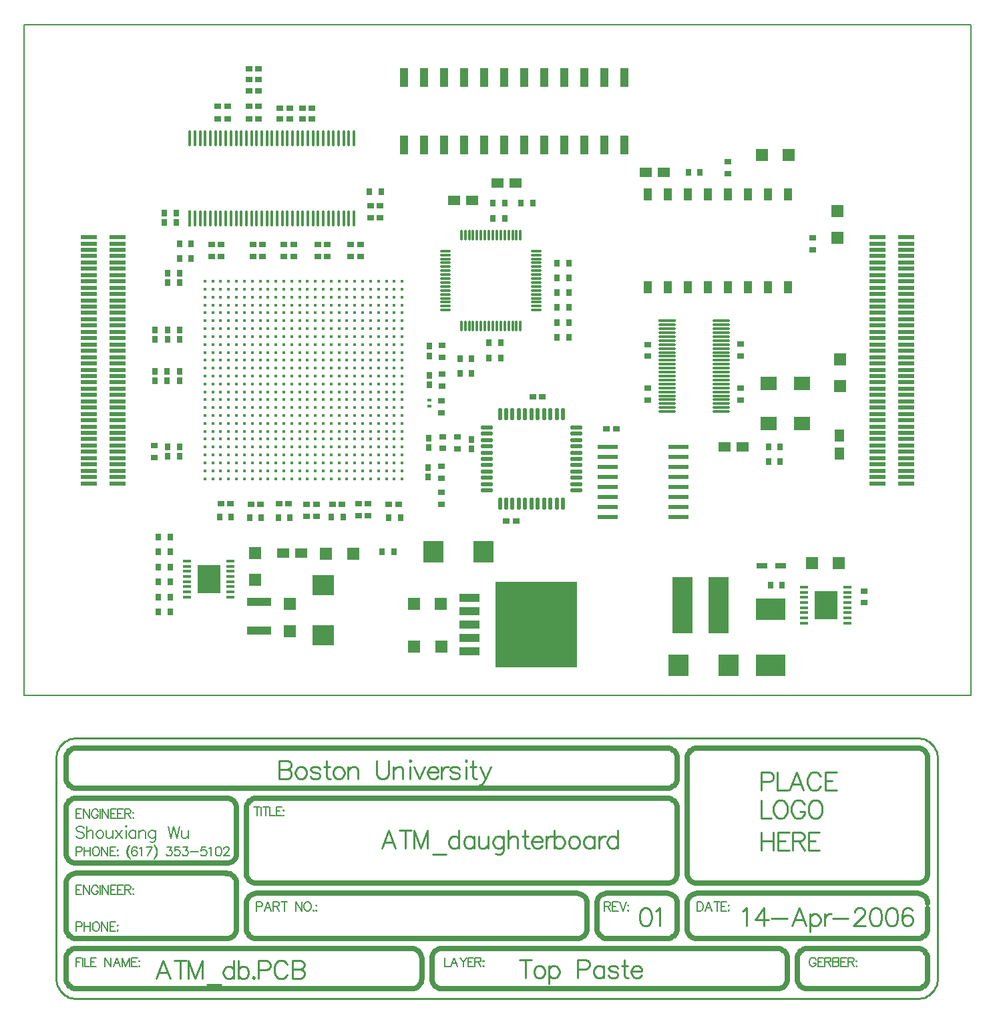
<source format=gtp>
%FSLAX24Y24*%
%MOIN*%
G70*
G01*
G75*
%ADD10C,0.0080*%
%ADD11R,0.0400X0.0600*%
%ADD12R,0.0157X0.0787*%
%ADD13O,0.0157X0.0787*%
%ADD14R,0.0413X0.0177*%
%ADD15R,0.1157X0.1409*%
%ADD16R,0.0315X0.0354*%
%ADD17R,0.1500X0.1100*%
%ADD18O,0.0906X0.0118*%
%ADD19C,0.0157*%
%ADD20R,0.0354X0.0315*%
%ADD21R,0.0906X0.0118*%
%ADD22R,0.0787X0.0197*%
%ADD23O,0.0630X0.0197*%
%ADD24O,0.0197X0.0630*%
%ADD25R,0.0600X0.0500*%
%ADD26R,0.0366X0.0291*%
%ADD27R,0.0600X0.0600*%
%ADD28R,0.1004X0.1063*%
%ADD29R,0.1063X0.1004*%
%ADD30O,0.0118X0.0591*%
%ADD31O,0.0591X0.0118*%
%ADD32R,0.0291X0.0366*%
%ADD33R,0.1000X0.0420*%
%ADD34R,0.0213X0.0138*%
%ADD35O,0.0591X0.0118*%
%ADD36R,0.0787X0.0709*%
%ADD37R,0.0500X0.0600*%
%ADD38R,0.0531X0.0256*%
%ADD39R,0.0984X0.2795*%
%ADD40R,0.1201X0.0449*%
%ADD41R,0.0291X0.0366*%
%ADD42R,0.0984X0.2795*%
%ADD43R,0.0990X0.0200*%
%ADD44R,0.0440X0.0960*%
%ADD45R,0.4100X0.4250*%
%ADD46C,0.0100*%
%ADD47C,0.0200*%
%ADD48C,0.0050*%
%ADD49C,0.0060*%
%ADD50C,0.0300*%
%ADD51C,0.0400*%
%ADD52C,0.0051*%
%ADD53C,0.0079*%
%ADD54R,0.2126X0.1142*%
%ADD55R,0.5315X0.2047*%
%ADD56R,0.1559X0.1244*%
%ADD57R,0.0984X0.0437*%
%ADD58R,0.0996X0.0433*%
%ADD59R,0.0543X0.0933*%
%ADD60R,0.3228X0.1142*%
%ADD61R,0.2441X0.1693*%
%ADD62R,0.1142X0.1181*%
%ADD63R,0.1209X0.3386*%
%ADD64R,0.2909X0.4957*%
%ADD65R,0.1177X0.0437*%
%ADD66R,0.3504X0.2795*%
%ADD67C,0.0250*%
%ADD68C,0.0090*%
%ADD69C,0.0500*%
%ADD70C,0.0240*%
%ADD71C,0.0591*%
%ADD72C,0.0472*%
%ADD73C,0.1575*%
%ADD74C,0.0270*%
%ADD75C,0.0240*%
%ADD76C,0.0240*%
%ADD77C,0.0120*%
D10*
X22673Y13077D02*
X22616Y13134D01*
X22530Y13162D01*
X22416D01*
X22330Y13134D01*
X22273Y13077D01*
Y13020D01*
X22302Y12963D01*
X22330Y12934D01*
X22387Y12905D01*
X22559Y12848D01*
X22616Y12820D01*
X22645Y12791D01*
X22673Y12734D01*
Y12648D01*
X22616Y12591D01*
X22530Y12563D01*
X22416D01*
X22330Y12591D01*
X22273Y12648D01*
X22807Y13162D02*
Y12563D01*
Y12848D02*
X22893Y12934D01*
X22950Y12963D01*
X23036D01*
X23093Y12934D01*
X23122Y12848D01*
Y12563D01*
X23422Y12963D02*
X23364Y12934D01*
X23307Y12877D01*
X23279Y12791D01*
Y12734D01*
X23307Y12648D01*
X23364Y12591D01*
X23422Y12563D01*
X23507D01*
X23564Y12591D01*
X23622Y12648D01*
X23650Y12734D01*
Y12791D01*
X23622Y12877D01*
X23564Y12934D01*
X23507Y12963D01*
X23422D01*
X23781D02*
Y12677D01*
X23810Y12591D01*
X23867Y12563D01*
X23953D01*
X24010Y12591D01*
X24096Y12677D01*
Y12963D02*
Y12563D01*
X24253Y12963D02*
X24567Y12563D01*
Y12963D02*
X24253Y12563D01*
X24750Y13162D02*
X24778Y13134D01*
X24807Y13162D01*
X24778Y13191D01*
X24750Y13162D01*
X24778Y12963D02*
Y12563D01*
X25255Y12963D02*
Y12563D01*
Y12877D02*
X25198Y12934D01*
X25141Y12963D01*
X25055D01*
X24998Y12934D01*
X24941Y12877D01*
X24913Y12791D01*
Y12734D01*
X24941Y12648D01*
X24998Y12591D01*
X25055Y12563D01*
X25141D01*
X25198Y12591D01*
X25255Y12648D01*
X25415Y12963D02*
Y12563D01*
Y12848D02*
X25501Y12934D01*
X25558Y12963D01*
X25644D01*
X25701Y12934D01*
X25730Y12848D01*
Y12563D01*
X26230Y12963D02*
Y12505D01*
X26201Y12420D01*
X26172Y12391D01*
X26115Y12363D01*
X26030D01*
X25972Y12391D01*
X26230Y12877D02*
X26172Y12934D01*
X26115Y12963D01*
X26030D01*
X25972Y12934D01*
X25915Y12877D01*
X25887Y12791D01*
Y12734D01*
X25915Y12648D01*
X25972Y12591D01*
X26030Y12563D01*
X26115D01*
X26172Y12591D01*
X26230Y12648D01*
X26861Y13162D02*
X27004Y12563D01*
X27146Y13162D02*
X27004Y12563D01*
X27146Y13162D02*
X27289Y12563D01*
X27432Y13162D02*
X27289Y12563D01*
X27552Y12963D02*
Y12677D01*
X27581Y12591D01*
X27638Y12563D01*
X27723D01*
X27781Y12591D01*
X27866Y12677D01*
Y12963D02*
Y12563D01*
D11*
X55800Y44700D02*
D03*
X56800D02*
D03*
X55800Y40050D02*
D03*
X56800D02*
D03*
X50800Y44700D02*
D03*
X51800D02*
D03*
Y40050D02*
D03*
X50800D02*
D03*
X54800Y44700D02*
D03*
Y40050D02*
D03*
X52800D02*
D03*
Y44700D02*
D03*
X57800D02*
D03*
X53800D02*
D03*
X57800Y40050D02*
D03*
X53800D02*
D03*
D12*
X27953Y43504D02*
D03*
D13*
X28209D02*
D03*
X28465D02*
D03*
X28720D02*
D03*
X28976D02*
D03*
X29232D02*
D03*
X29488D02*
D03*
X29744D02*
D03*
X30000D02*
D03*
X30256D02*
D03*
X30512D02*
D03*
X30768D02*
D03*
X31024D02*
D03*
X31280D02*
D03*
X31535D02*
D03*
X31791D02*
D03*
X32047D02*
D03*
X32303D02*
D03*
X32559D02*
D03*
X32815D02*
D03*
X33071D02*
D03*
X33327D02*
D03*
X33583D02*
D03*
X33839D02*
D03*
X34095D02*
D03*
X34350D02*
D03*
X34606D02*
D03*
X34862D02*
D03*
X35118D02*
D03*
X35374D02*
D03*
X35630D02*
D03*
X35886D02*
D03*
X36142D02*
D03*
X27953Y47504D02*
D03*
X28209D02*
D03*
X28465D02*
D03*
X28720D02*
D03*
X28976D02*
D03*
X29232D02*
D03*
X29488D02*
D03*
X29744D02*
D03*
X30000D02*
D03*
X30256D02*
D03*
X30512D02*
D03*
X30768D02*
D03*
X31024D02*
D03*
X31280D02*
D03*
X31535D02*
D03*
X31791D02*
D03*
X32047D02*
D03*
X32303D02*
D03*
X32559D02*
D03*
X32815D02*
D03*
X33071D02*
D03*
X33327D02*
D03*
X33583D02*
D03*
X33839D02*
D03*
X34095D02*
D03*
X34350D02*
D03*
X34606D02*
D03*
X34862D02*
D03*
X35118D02*
D03*
X35374D02*
D03*
X35630D02*
D03*
X35886D02*
D03*
X36142D02*
D03*
D14*
X29985Y26144D02*
D03*
Y25888D02*
D03*
Y25120D02*
D03*
Y24865D02*
D03*
X27800Y25632D02*
D03*
Y25376D02*
D03*
Y25888D02*
D03*
Y24865D02*
D03*
X29985Y24609D02*
D03*
X27800Y25120D02*
D03*
X29985Y26400D02*
D03*
X27800D02*
D03*
Y24609D02*
D03*
X29985Y25632D02*
D03*
Y25376D02*
D03*
X27800Y26144D02*
D03*
X58600Y23565D02*
D03*
X60785Y24844D02*
D03*
Y23820D02*
D03*
Y23565D02*
D03*
X58600Y25100D02*
D03*
X60785Y24588D02*
D03*
Y25100D02*
D03*
X58600Y23309D02*
D03*
X60785D02*
D03*
X58600Y24588D02*
D03*
Y24332D02*
D03*
Y24844D02*
D03*
Y24076D02*
D03*
Y23820D02*
D03*
X60785Y24332D02*
D03*
Y24076D02*
D03*
D15*
X28893Y25504D02*
D03*
X59693Y24204D02*
D03*
D16*
X26970Y26100D02*
D03*
X26359D02*
D03*
X45071Y44250D02*
D03*
X44480D02*
D03*
X43468Y36533D02*
D03*
X42878D02*
D03*
X43671Y44250D02*
D03*
X43080D02*
D03*
X46280Y37550D02*
D03*
X46871D02*
D03*
X56830Y31350D02*
D03*
X57421D02*
D03*
X56830Y32100D02*
D03*
X57421D02*
D03*
X52830Y45800D02*
D03*
X53421D02*
D03*
X46280Y38300D02*
D03*
X46871D02*
D03*
X46870Y39050D02*
D03*
X46279D02*
D03*
X46870Y41250D02*
D03*
X46279D02*
D03*
X46276Y39783D02*
D03*
Y40533D02*
D03*
X46867Y39783D02*
D03*
Y40533D02*
D03*
X30021Y28600D02*
D03*
X37489Y44821D02*
D03*
X31517Y28578D02*
D03*
X32363Y28567D02*
D03*
X26972Y27600D02*
D03*
X38457Y28578D02*
D03*
X35600Y28588D02*
D03*
X26380Y25350D02*
D03*
X26969Y24600D02*
D03*
X27430Y41482D02*
D03*
X42021Y36500D02*
D03*
X41430D02*
D03*
X42021Y35750D02*
D03*
X41430D02*
D03*
X26381Y27600D02*
D03*
X26380Y26850D02*
D03*
X26971D02*
D03*
Y25350D02*
D03*
X26378Y24600D02*
D03*
X26380Y23850D02*
D03*
X30926Y28578D02*
D03*
X32954Y28567D02*
D03*
X35009Y28588D02*
D03*
X26971Y23850D02*
D03*
X29430Y28600D02*
D03*
X36898Y44821D02*
D03*
X37866Y28578D02*
D03*
X27430Y42232D02*
D03*
X28021D02*
D03*
Y41482D02*
D03*
X43671Y43500D02*
D03*
X43080D02*
D03*
X42878Y37283D02*
D03*
X43468D02*
D03*
X56929Y25200D02*
D03*
X57520D02*
D03*
X38130Y26850D02*
D03*
X37539D02*
D03*
D17*
X56945Y24009D02*
D03*
Y21199D02*
D03*
D18*
X54488Y34055D02*
D03*
X51772D02*
D03*
Y34252D02*
D03*
X54488D02*
D03*
Y36417D02*
D03*
Y36220D02*
D03*
Y34843D02*
D03*
Y34646D02*
D03*
X51772Y36220D02*
D03*
Y36417D02*
D03*
Y36024D02*
D03*
X54488D02*
D03*
X51772Y35236D02*
D03*
Y35433D02*
D03*
Y35827D02*
D03*
X54488Y35236D02*
D03*
X51772Y34843D02*
D03*
X54488Y35827D02*
D03*
Y35433D02*
D03*
X51772Y37205D02*
D03*
X54488D02*
D03*
Y35039D02*
D03*
X51772D02*
D03*
X54488Y37598D02*
D03*
Y37402D02*
D03*
X51772D02*
D03*
Y37598D02*
D03*
Y36811D02*
D03*
X54488D02*
D03*
Y37008D02*
D03*
X51772D02*
D03*
X54488Y38189D02*
D03*
Y37992D02*
D03*
X51772D02*
D03*
Y38189D02*
D03*
X54488Y38386D02*
D03*
Y37795D02*
D03*
X51772D02*
D03*
X54488Y36614D02*
D03*
Y35630D02*
D03*
Y34449D02*
D03*
Y33858D02*
D03*
X51772Y34449D02*
D03*
Y35630D02*
D03*
Y36614D02*
D03*
Y34646D02*
D03*
Y33858D02*
D03*
D19*
X28701Y32874D02*
D03*
Y32480D02*
D03*
Y32087D02*
D03*
X29094D02*
D03*
X28701Y33268D02*
D03*
X37756Y40354D02*
D03*
X29882Y39567D02*
D03*
X29094D02*
D03*
X29488Y30512D02*
D03*
X28701Y39567D02*
D03*
X30669Y33661D02*
D03*
X32638Y38780D02*
D03*
X29488Y39961D02*
D03*
Y40354D02*
D03*
X33425D02*
D03*
X33031Y39961D02*
D03*
X32244Y38386D02*
D03*
X31457Y39567D02*
D03*
X30669Y39961D02*
D03*
X29882D02*
D03*
X36181Y39567D02*
D03*
X35787Y37205D02*
D03*
Y36811D02*
D03*
X35394Y37598D02*
D03*
Y36417D02*
D03*
Y36024D02*
D03*
Y35630D02*
D03*
X35000Y37598D02*
D03*
Y35630D02*
D03*
X34606Y39567D02*
D03*
Y37205D02*
D03*
X34213D02*
D03*
X33819D02*
D03*
Y36811D02*
D03*
X37756Y37992D02*
D03*
Y36417D02*
D03*
X36181Y31299D02*
D03*
X35787Y33661D02*
D03*
Y34055D02*
D03*
X35394Y33268D02*
D03*
Y40354D02*
D03*
Y35236D02*
D03*
Y34843D02*
D03*
Y34449D02*
D03*
Y30512D02*
D03*
X35000Y33268D02*
D03*
Y35236D02*
D03*
X34606Y33661D02*
D03*
Y31299D02*
D03*
X34213Y33661D02*
D03*
X33819D02*
D03*
Y34055D02*
D03*
X33425Y33661D02*
D03*
Y37205D02*
D03*
Y36811D02*
D03*
Y34055D02*
D03*
X33031Y33661D02*
D03*
Y37205D02*
D03*
X32638Y33661D02*
D03*
Y31299D02*
D03*
Y39567D02*
D03*
Y37205D02*
D03*
X32244Y33268D02*
D03*
Y37598D02*
D03*
Y35630D02*
D03*
Y35236D02*
D03*
X31850Y33268D02*
D03*
Y40354D02*
D03*
Y37598D02*
D03*
Y36417D02*
D03*
Y36024D02*
D03*
Y35630D02*
D03*
Y35236D02*
D03*
Y34843D02*
D03*
Y34449D02*
D03*
Y30512D02*
D03*
X31457Y33661D02*
D03*
Y37205D02*
D03*
Y36811D02*
D03*
Y34055D02*
D03*
X31063Y31299D02*
D03*
Y39567D02*
D03*
X29488Y32874D02*
D03*
Y37992D02*
D03*
Y36417D02*
D03*
Y34449D02*
D03*
X29094Y40354D02*
D03*
Y30512D02*
D03*
X38543Y33661D02*
D03*
Y31299D02*
D03*
Y39961D02*
D03*
Y30906D02*
D03*
Y37205D02*
D03*
X38150Y31299D02*
D03*
Y40354D02*
D03*
Y30512D02*
D03*
X37756Y32874D02*
D03*
Y34449D02*
D03*
X37362Y31299D02*
D03*
X28701Y33661D02*
D03*
Y39961D02*
D03*
Y30906D02*
D03*
Y37205D02*
D03*
X35787Y33268D02*
D03*
Y37598D02*
D03*
X35394Y33661D02*
D03*
Y37205D02*
D03*
Y36811D02*
D03*
Y34055D02*
D03*
X35000Y33661D02*
D03*
Y37205D02*
D03*
Y36811D02*
D03*
Y34055D02*
D03*
X32244Y33661D02*
D03*
Y37205D02*
D03*
Y36811D02*
D03*
Y34055D02*
D03*
X31850Y33661D02*
D03*
Y37205D02*
D03*
Y36811D02*
D03*
Y34055D02*
D03*
X31457Y33268D02*
D03*
Y37598D02*
D03*
X38150Y35630D02*
D03*
X37756Y36811D02*
D03*
X30669Y32874D02*
D03*
X29094Y31299D02*
D03*
X31457Y34843D02*
D03*
Y34449D02*
D03*
X30276Y35236D02*
D03*
X29488Y34843D02*
D03*
Y33268D02*
D03*
Y31693D02*
D03*
X28701Y31299D02*
D03*
X38543Y35630D02*
D03*
X29488Y33661D02*
D03*
X29882D02*
D03*
X32638Y37992D02*
D03*
X30276Y33661D02*
D03*
X29882Y31299D02*
D03*
X36181Y36024D02*
D03*
X31850Y39961D02*
D03*
Y39567D02*
D03*
Y39173D02*
D03*
Y38780D02*
D03*
X31457Y40354D02*
D03*
Y39173D02*
D03*
X31850Y38386D02*
D03*
X31457Y38780D02*
D03*
X30669Y40354D02*
D03*
X31063Y39961D02*
D03*
Y39173D02*
D03*
Y38780D02*
D03*
X30276Y40354D02*
D03*
X31063Y37992D02*
D03*
X30276Y39567D02*
D03*
Y39961D02*
D03*
X32638Y38386D02*
D03*
Y40354D02*
D03*
X33425Y39173D02*
D03*
Y39567D02*
D03*
Y38386D02*
D03*
Y38780D02*
D03*
Y37598D02*
D03*
Y37992D02*
D03*
X32638Y39173D02*
D03*
X33031Y39567D02*
D03*
Y38386D02*
D03*
Y38780D02*
D03*
Y37598D02*
D03*
Y37992D02*
D03*
X32638Y39961D02*
D03*
X38150Y35236D02*
D03*
X37362Y35630D02*
D03*
X29094Y33661D02*
D03*
X35000Y36417D02*
D03*
Y36024D02*
D03*
Y34843D02*
D03*
Y34449D02*
D03*
X34606Y36811D02*
D03*
Y36417D02*
D03*
Y36024D02*
D03*
Y35630D02*
D03*
Y35236D02*
D03*
Y34843D02*
D03*
Y34449D02*
D03*
Y34055D02*
D03*
X34213Y31693D02*
D03*
Y39173D02*
D03*
Y36811D02*
D03*
Y36417D02*
D03*
Y36024D02*
D03*
Y35630D02*
D03*
Y35236D02*
D03*
Y34843D02*
D03*
Y34449D02*
D03*
Y34055D02*
D03*
X33819Y36417D02*
D03*
Y36024D02*
D03*
Y35630D02*
D03*
Y35236D02*
D03*
Y34843D02*
D03*
Y34449D02*
D03*
X33425Y36417D02*
D03*
Y36024D02*
D03*
Y35630D02*
D03*
Y35236D02*
D03*
Y34843D02*
D03*
Y34449D02*
D03*
X33031Y31693D02*
D03*
Y39173D02*
D03*
Y36811D02*
D03*
Y36417D02*
D03*
Y36024D02*
D03*
Y35630D02*
D03*
Y35236D02*
D03*
Y34843D02*
D03*
Y34449D02*
D03*
Y34055D02*
D03*
X32638Y36811D02*
D03*
Y36417D02*
D03*
Y36024D02*
D03*
Y35630D02*
D03*
Y35236D02*
D03*
Y34843D02*
D03*
Y34449D02*
D03*
Y34055D02*
D03*
X32244Y36417D02*
D03*
Y36024D02*
D03*
Y34843D02*
D03*
Y34449D02*
D03*
X29882Y31693D02*
D03*
Y39173D02*
D03*
Y36024D02*
D03*
Y34843D02*
D03*
X29488Y31299D02*
D03*
Y39567D02*
D03*
Y30906D02*
D03*
X29094Y39961D02*
D03*
Y30906D02*
D03*
X38543Y40354D02*
D03*
Y30512D02*
D03*
X38150Y39961D02*
D03*
Y30906D02*
D03*
X37756Y31299D02*
D03*
Y39567D02*
D03*
X37362Y31693D02*
D03*
Y39173D02*
D03*
Y36024D02*
D03*
Y34843D02*
D03*
X28701Y40354D02*
D03*
Y30512D02*
D03*
X29094Y31693D02*
D03*
X29882Y32087D02*
D03*
X30276D02*
D03*
X31063Y34055D02*
D03*
X31850Y37992D02*
D03*
X30669Y39173D02*
D03*
X37362Y39567D02*
D03*
X31063Y33661D02*
D03*
Y38386D02*
D03*
X30276Y39173D02*
D03*
X29094Y33268D02*
D03*
X29882D02*
D03*
X30276D02*
D03*
X30669D02*
D03*
X31063D02*
D03*
X29094Y32874D02*
D03*
X29882D02*
D03*
X30276D02*
D03*
X29094Y32480D02*
D03*
X29488D02*
D03*
X29882D02*
D03*
X30276D02*
D03*
X29488Y32087D02*
D03*
X28701Y31693D02*
D03*
X32244Y39961D02*
D03*
X28701Y35236D02*
D03*
X29094D02*
D03*
X32244Y39173D02*
D03*
Y39567D02*
D03*
Y40354D02*
D03*
X32638Y37598D02*
D03*
X34606Y40354D02*
D03*
X34213D02*
D03*
X33819D02*
D03*
X33031D02*
D03*
X31063D02*
D03*
X29882D02*
D03*
X34606Y39961D02*
D03*
X34213D02*
D03*
X33819D02*
D03*
X33425D02*
D03*
X31457D02*
D03*
X34213Y39567D02*
D03*
X33819D02*
D03*
X30669D02*
D03*
X37756Y39173D02*
D03*
X35394D02*
D03*
X34606D02*
D03*
X33819D02*
D03*
X29488D02*
D03*
X29094D02*
D03*
X28701D02*
D03*
X37756Y38780D02*
D03*
X37362D02*
D03*
X36969D02*
D03*
X34213D02*
D03*
X33819D02*
D03*
X32244D02*
D03*
X30669D02*
D03*
X30276D02*
D03*
X29882D02*
D03*
X29488D02*
D03*
X29094D02*
D03*
X28701D02*
D03*
X37756Y38386D02*
D03*
X37362D02*
D03*
X36969D02*
D03*
X34213D02*
D03*
X33819D02*
D03*
X31457D02*
D03*
X30669D02*
D03*
X30276D02*
D03*
X29882D02*
D03*
X29488D02*
D03*
X29094D02*
D03*
X28701D02*
D03*
X37362Y37992D02*
D03*
X36969D02*
D03*
X36575D02*
D03*
X35394D02*
D03*
X35000D02*
D03*
X34213D02*
D03*
X33819D02*
D03*
X32244D02*
D03*
X31457D02*
D03*
X30669D02*
D03*
X30276D02*
D03*
X29882D02*
D03*
X29094D02*
D03*
X28701D02*
D03*
X37756Y37598D02*
D03*
X37362D02*
D03*
X36969D02*
D03*
X36575D02*
D03*
X36181D02*
D03*
X34213D02*
D03*
X33819D02*
D03*
X31063D02*
D03*
X30669D02*
D03*
X30276D02*
D03*
X29882D02*
D03*
X29488D02*
D03*
X29094D02*
D03*
X28701D02*
D03*
X37756Y37205D02*
D03*
X37362D02*
D03*
X36969D02*
D03*
X36575D02*
D03*
X36181D02*
D03*
X31063D02*
D03*
X30669D02*
D03*
X30276D02*
D03*
X29882D02*
D03*
X29488D02*
D03*
X29094D02*
D03*
X37362Y36811D02*
D03*
X36969D02*
D03*
X36575D02*
D03*
X36181D02*
D03*
X31063D02*
D03*
X30669D02*
D03*
X30276D02*
D03*
X29882D02*
D03*
X29488D02*
D03*
X29094D02*
D03*
X28701D02*
D03*
X37362Y36417D02*
D03*
X36575D02*
D03*
X36181D02*
D03*
X35787D02*
D03*
X31457D02*
D03*
X31063D02*
D03*
X30669D02*
D03*
X30276D02*
D03*
X29882D02*
D03*
X29094D02*
D03*
X28701D02*
D03*
X36575Y36024D02*
D03*
X35787D02*
D03*
X31457D02*
D03*
X31063D02*
D03*
X30669D02*
D03*
X30276D02*
D03*
X29488D02*
D03*
X29094D02*
D03*
X28701D02*
D03*
X37756Y35630D02*
D03*
X36575Y35630D02*
D03*
X36181D02*
D03*
X35787D02*
D03*
X31457D02*
D03*
X31063D02*
D03*
X30669D02*
D03*
X30276D02*
D03*
X29882D02*
D03*
X29488D02*
D03*
X29094D02*
D03*
X28701D02*
D03*
X38543Y35236D02*
D03*
X37756D02*
D03*
X37362D02*
D03*
X36969D02*
D03*
X36575D02*
D03*
X36181D02*
D03*
X35787D02*
D03*
X31457D02*
D03*
X31063D02*
D03*
X30669D02*
D03*
X29882D02*
D03*
X29488D02*
D03*
X38543Y34843D02*
D03*
X38150Y34843D02*
D03*
X37756D02*
D03*
X36969D02*
D03*
X36575D02*
D03*
X36181D02*
D03*
X35787D02*
D03*
X31063D02*
D03*
X30669D02*
D03*
X30276D02*
D03*
X29094D02*
D03*
X28701D02*
D03*
X38543Y34449D02*
D03*
X38150D02*
D03*
X37362D02*
D03*
X36969D02*
D03*
X36575D02*
D03*
X36181D02*
D03*
X35787D02*
D03*
X31063D02*
D03*
X30669D02*
D03*
X30276D02*
D03*
X29882D02*
D03*
X29094D02*
D03*
X28701D02*
D03*
X38543Y34055D02*
D03*
X38150D02*
D03*
X37756Y34055D02*
D03*
X37362D02*
D03*
X36969D02*
D03*
X36575D02*
D03*
X36181D02*
D03*
X30669D02*
D03*
X30276D02*
D03*
X29882D02*
D03*
X29488D02*
D03*
X29094D02*
D03*
X28701D02*
D03*
X38150Y33661D02*
D03*
X37756D02*
D03*
X37362D02*
D03*
X36575D02*
D03*
X36181D02*
D03*
X38543Y33268D02*
D03*
X38150D02*
D03*
X37756D02*
D03*
X37362D02*
D03*
X36969D02*
D03*
X36575D02*
D03*
X36181D02*
D03*
X34606D02*
D03*
X34213D02*
D03*
X33819D02*
D03*
X33425D02*
D03*
X33031D02*
D03*
X32638D02*
D03*
X38543Y32874D02*
D03*
X38150D02*
D03*
X37362D02*
D03*
X36969D02*
D03*
X36181D02*
D03*
X35787D02*
D03*
X35394D02*
D03*
X35000D02*
D03*
X34606D02*
D03*
X34213D02*
D03*
X33819D02*
D03*
X33425D02*
D03*
X33031D02*
D03*
X32638D02*
D03*
X32244D02*
D03*
X31850D02*
D03*
X31457D02*
D03*
X31063D02*
D03*
X38543Y32480D02*
D03*
X38150D02*
D03*
X37756D02*
D03*
X37362D02*
D03*
X36969D02*
D03*
X36575D02*
D03*
X36181D02*
D03*
X35787D02*
D03*
X35394D02*
D03*
X35000D02*
D03*
X34606D02*
D03*
X34213D02*
D03*
X33819D02*
D03*
X33425D02*
D03*
X33031D02*
D03*
X32638D02*
D03*
X32244D02*
D03*
X31850D02*
D03*
X31457D02*
D03*
X31063D02*
D03*
X30669D02*
D03*
X38543Y32087D02*
D03*
X38150D02*
D03*
X37756D02*
D03*
X37362D02*
D03*
X36969D02*
D03*
X36575D02*
D03*
X36181D02*
D03*
X35787D02*
D03*
X35394D02*
D03*
X35000D02*
D03*
X34606D02*
D03*
X34213D02*
D03*
X33819D02*
D03*
X33425D02*
D03*
X33031D02*
D03*
X32638D02*
D03*
X32244D02*
D03*
X31850D02*
D03*
X31457D02*
D03*
X31063D02*
D03*
X30669D02*
D03*
X38543Y31693D02*
D03*
X38150D02*
D03*
X37756D02*
D03*
X36969D02*
D03*
X36575D02*
D03*
X36181D02*
D03*
X35787D02*
D03*
X35394D02*
D03*
X35000D02*
D03*
X34606D02*
D03*
X33819D02*
D03*
X33425D02*
D03*
X32638D02*
D03*
X32244D02*
D03*
X31850D02*
D03*
X31457D02*
D03*
X31063D02*
D03*
X30669D02*
D03*
X30276D02*
D03*
X36969Y31299D02*
D03*
X36575D02*
D03*
X35787D02*
D03*
X35394D02*
D03*
X35000D02*
D03*
X34213D02*
D03*
X33819D02*
D03*
X33425D02*
D03*
X33031D02*
D03*
X32244D02*
D03*
X31850D02*
D03*
X31457D02*
D03*
X30669D02*
D03*
X30276D02*
D03*
X37756Y30906D02*
D03*
X37362D02*
D03*
X36969D02*
D03*
X36575D02*
D03*
X36181D02*
D03*
X35787D02*
D03*
X35394D02*
D03*
X35000D02*
D03*
X34606D02*
D03*
X34213D02*
D03*
X33819D02*
D03*
X33425D02*
D03*
X33031D02*
D03*
X32638D02*
D03*
X32244D02*
D03*
X31850D02*
D03*
X31457D02*
D03*
X31063D02*
D03*
X30669D02*
D03*
X30276D02*
D03*
X29882D02*
D03*
X37756Y30512D02*
D03*
X37362D02*
D03*
X36969D02*
D03*
X36575D02*
D03*
X36181D02*
D03*
X35787D02*
D03*
X35000D02*
D03*
X34606D02*
D03*
X34213D02*
D03*
X33819D02*
D03*
X33425D02*
D03*
X33031D02*
D03*
X32638D02*
D03*
X32244D02*
D03*
X31457D02*
D03*
X31063D02*
D03*
X30669D02*
D03*
X30276D02*
D03*
X29882D02*
D03*
X36575Y38386D02*
D03*
Y38780D02*
D03*
X35787Y39173D02*
D03*
Y39567D02*
D03*
X36181Y37992D02*
D03*
Y38386D02*
D03*
X35787Y37992D02*
D03*
Y38386D02*
D03*
Y38780D02*
D03*
X35394Y38386D02*
D03*
X36181Y38780D02*
D03*
Y39173D02*
D03*
X35394Y38780D02*
D03*
X38543Y39173D02*
D03*
X38150Y38780D02*
D03*
Y37992D02*
D03*
X38543Y38386D02*
D03*
X38150D02*
D03*
X38543Y38780D02*
D03*
X38150Y39173D02*
D03*
X38543Y39567D02*
D03*
X38150D02*
D03*
X36575Y40354D02*
D03*
X38543Y37598D02*
D03*
X36575Y39961D02*
D03*
X38543Y36024D02*
D03*
X38150D02*
D03*
Y37598D02*
D03*
X38543Y37992D02*
D03*
X38150Y37205D02*
D03*
X36969Y40354D02*
D03*
Y39961D02*
D03*
X37362Y40354D02*
D03*
Y39961D02*
D03*
X35000Y39567D02*
D03*
Y38386D02*
D03*
Y38780D02*
D03*
X35394Y39567D02*
D03*
X34606Y38386D02*
D03*
Y38780D02*
D03*
Y37598D02*
D03*
Y37992D02*
D03*
X35000Y39173D02*
D03*
X35787Y39961D02*
D03*
Y40354D02*
D03*
X35394Y39961D02*
D03*
X35000D02*
D03*
Y40354D02*
D03*
X37756Y39961D02*
D03*
X36969Y39173D02*
D03*
Y39567D02*
D03*
X36575Y39173D02*
D03*
Y39567D02*
D03*
X36181Y39961D02*
D03*
Y40354D02*
D03*
X38150Y36811D02*
D03*
X38543Y36417D02*
D03*
X38150Y36417D02*
D03*
X38543Y36811D02*
D03*
X36575Y32874D02*
D03*
X36969Y33661D02*
D03*
X37756Y36024D02*
D03*
X36969Y36417D02*
D03*
Y36024D02*
D03*
Y35630D02*
D03*
D20*
X50815Y37205D02*
D03*
Y36614D02*
D03*
X55450Y34429D02*
D03*
X50800D02*
D03*
X55450Y36629D02*
D03*
X40500Y31121D02*
D03*
X40561Y32021D02*
D03*
X26180Y31574D02*
D03*
X61589Y24903D02*
D03*
X40544Y37162D02*
D03*
X41299Y32598D02*
D03*
X59050Y42520D02*
D03*
X54800Y46320D02*
D03*
X59050Y41929D02*
D03*
X54800Y45729D02*
D03*
X61589Y24313D02*
D03*
X40500Y29229D02*
D03*
X40514Y33793D02*
D03*
X40561Y32611D02*
D03*
X26180Y32165D02*
D03*
X55450Y35020D02*
D03*
X50800D02*
D03*
X55450Y37220D02*
D03*
X40500Y30530D02*
D03*
X41299Y32008D02*
D03*
X40500Y29820D02*
D03*
X40544Y36572D02*
D03*
X40514Y34383D02*
D03*
X40546Y35127D02*
D03*
Y35718D02*
D03*
D21*
X51772Y38386D02*
D03*
D22*
X62264Y37205D02*
D03*
Y37835D02*
D03*
Y42559D02*
D03*
X63720D02*
D03*
Y42244D02*
D03*
X62264Y41929D02*
D03*
X63720Y41614D02*
D03*
X62264Y41299D02*
D03*
Y40984D02*
D03*
X63720D02*
D03*
X62264Y40669D02*
D03*
X63720D02*
D03*
X62264Y40354D02*
D03*
X63720D02*
D03*
X62264Y40039D02*
D03*
Y39724D02*
D03*
Y38465D02*
D03*
Y38150D02*
D03*
Y36890D02*
D03*
Y36575D02*
D03*
Y35945D02*
D03*
Y34370D02*
D03*
Y33740D02*
D03*
Y32165D02*
D03*
Y31220D02*
D03*
Y30906D02*
D03*
X24350Y42244D02*
D03*
Y42559D02*
D03*
Y36890D02*
D03*
Y36575D02*
D03*
Y36260D02*
D03*
Y35945D02*
D03*
Y35630D02*
D03*
Y35315D02*
D03*
Y35000D02*
D03*
Y34685D02*
D03*
Y34370D02*
D03*
Y34055D02*
D03*
Y33740D02*
D03*
Y33425D02*
D03*
Y33110D02*
D03*
Y32795D02*
D03*
Y32480D02*
D03*
Y32165D02*
D03*
Y31850D02*
D03*
Y38150D02*
D03*
Y37835D02*
D03*
Y37520D02*
D03*
Y37205D02*
D03*
X22894Y42559D02*
D03*
Y40984D02*
D03*
Y40669D02*
D03*
Y40354D02*
D03*
Y40039D02*
D03*
Y39724D02*
D03*
Y39409D02*
D03*
Y39094D02*
D03*
Y38780D02*
D03*
Y38465D02*
D03*
Y38150D02*
D03*
Y42244D02*
D03*
Y37835D02*
D03*
Y37520D02*
D03*
Y37205D02*
D03*
Y36890D02*
D03*
Y36575D02*
D03*
Y36260D02*
D03*
Y35945D02*
D03*
Y35630D02*
D03*
Y35315D02*
D03*
Y35000D02*
D03*
Y41929D02*
D03*
Y34685D02*
D03*
Y34370D02*
D03*
Y34055D02*
D03*
Y33740D02*
D03*
Y33425D02*
D03*
X24350Y41929D02*
D03*
X22894Y33110D02*
D03*
Y32795D02*
D03*
Y32480D02*
D03*
Y32165D02*
D03*
Y31850D02*
D03*
Y41614D02*
D03*
Y31535D02*
D03*
Y31220D02*
D03*
Y30906D02*
D03*
Y30591D02*
D03*
Y30276D02*
D03*
Y41299D02*
D03*
X63720Y39409D02*
D03*
Y39094D02*
D03*
Y38780D02*
D03*
Y38465D02*
D03*
Y38150D02*
D03*
Y37835D02*
D03*
X62264Y37520D02*
D03*
X63720D02*
D03*
Y37205D02*
D03*
Y36890D02*
D03*
Y36575D02*
D03*
X62264Y36260D02*
D03*
X63720D02*
D03*
Y35945D02*
D03*
Y35630D02*
D03*
Y35315D02*
D03*
Y35000D02*
D03*
Y34685D02*
D03*
Y34370D02*
D03*
X62264Y34055D02*
D03*
X63720D02*
D03*
Y33740D02*
D03*
Y33425D02*
D03*
Y33110D02*
D03*
Y32795D02*
D03*
Y32480D02*
D03*
Y32165D02*
D03*
X62264Y31850D02*
D03*
X63720D02*
D03*
Y31535D02*
D03*
Y31220D02*
D03*
Y30906D02*
D03*
Y30591D02*
D03*
X62264Y30276D02*
D03*
X63720D02*
D03*
X24350D02*
D03*
X63720Y40039D02*
D03*
Y39724D02*
D03*
X24350Y31220D02*
D03*
Y30906D02*
D03*
Y30591D02*
D03*
X62264Y42244D02*
D03*
Y41614D02*
D03*
X24350D02*
D03*
Y41299D02*
D03*
Y40984D02*
D03*
Y40669D02*
D03*
Y40354D02*
D03*
Y40039D02*
D03*
Y39724D02*
D03*
Y39409D02*
D03*
Y39094D02*
D03*
Y38780D02*
D03*
Y38465D02*
D03*
X62264Y31535D02*
D03*
Y30591D02*
D03*
Y38780D02*
D03*
Y39094D02*
D03*
X63720Y41929D02*
D03*
Y41299D02*
D03*
X62264Y39409D02*
D03*
Y35630D02*
D03*
Y35315D02*
D03*
Y35000D02*
D03*
Y34685D02*
D03*
Y33425D02*
D03*
Y33110D02*
D03*
Y32795D02*
D03*
Y32480D02*
D03*
X24350Y31535D02*
D03*
D23*
X47244Y32441D02*
D03*
Y33071D02*
D03*
X42756Y32756D02*
D03*
X47244D02*
D03*
Y32126D02*
D03*
Y31181D02*
D03*
Y31811D02*
D03*
Y31496D02*
D03*
Y30551D02*
D03*
Y29921D02*
D03*
X42756Y32126D02*
D03*
X47244Y30866D02*
D03*
X42756Y32441D02*
D03*
X47244Y30236D02*
D03*
X42756Y33071D02*
D03*
Y31811D02*
D03*
Y31496D02*
D03*
Y31181D02*
D03*
Y30866D02*
D03*
Y30551D02*
D03*
Y30236D02*
D03*
Y29921D02*
D03*
D24*
X45945Y29252D02*
D03*
X45630D02*
D03*
X46260D02*
D03*
X43740D02*
D03*
X45630Y33740D02*
D03*
X45945D02*
D03*
X46575D02*
D03*
X45000D02*
D03*
X46260D02*
D03*
X45315D02*
D03*
X44685D02*
D03*
X43425Y29252D02*
D03*
X44055D02*
D03*
X44370D02*
D03*
X44685D02*
D03*
X45000D02*
D03*
X45315D02*
D03*
X46575D02*
D03*
X44370Y33740D02*
D03*
X44055D02*
D03*
X43740D02*
D03*
X43425D02*
D03*
D25*
X43300Y45250D02*
D03*
X44200D02*
D03*
X51600Y45800D02*
D03*
X50700D02*
D03*
X42050Y44400D02*
D03*
X55530Y32096D02*
D03*
X32600Y26800D02*
D03*
X41150Y44400D02*
D03*
X54630Y32096D02*
D03*
X33500Y26800D02*
D03*
D26*
X32450Y48450D02*
D03*
X32926D02*
D03*
X32450Y49000D02*
D03*
X32926D02*
D03*
X34050Y48450D02*
D03*
X33574D02*
D03*
X34050Y49000D02*
D03*
X33574D02*
D03*
X31378Y49867D02*
D03*
X37444Y43521D02*
D03*
X49226Y33000D02*
D03*
X29826Y48450D02*
D03*
X31376Y49100D02*
D03*
X37444Y44121D02*
D03*
X29826Y49100D02*
D03*
X33126Y42200D02*
D03*
X29024D02*
D03*
X34810Y42189D02*
D03*
X45074Y34600D02*
D03*
X31576Y42200D02*
D03*
X34258Y28638D02*
D03*
X36854Y28650D02*
D03*
X44226Y28400D02*
D03*
X30902Y49867D02*
D03*
X33126Y41600D02*
D03*
X29024D02*
D03*
X29976Y29250D02*
D03*
X38362Y29228D02*
D03*
X31472D02*
D03*
X31576Y41600D02*
D03*
X34810Y41589D02*
D03*
X32408Y29267D02*
D03*
X34258Y29238D02*
D03*
X35555D02*
D03*
X36854Y29250D02*
D03*
X31376Y48450D02*
D03*
X31100Y42200D02*
D03*
X33782Y28638D02*
D03*
X36378Y28650D02*
D03*
X30996Y29228D02*
D03*
X31100Y41600D02*
D03*
X32884Y29267D02*
D03*
X33782Y29238D02*
D03*
X35079D02*
D03*
X36378Y29250D02*
D03*
X48750Y33000D02*
D03*
X36968Y43521D02*
D03*
X29350Y48450D02*
D03*
X30900Y49100D02*
D03*
X36968Y44121D02*
D03*
X29350Y49100D02*
D03*
X32650Y42200D02*
D03*
X29500D02*
D03*
X45550Y34600D02*
D03*
X43750Y28400D02*
D03*
X32650Y41600D02*
D03*
X29500D02*
D03*
Y29250D02*
D03*
X37886Y29228D02*
D03*
X30900Y48450D02*
D03*
X34333Y42189D02*
D03*
Y41589D02*
D03*
X35984Y41605D02*
D03*
X36461D02*
D03*
X35984Y42205D02*
D03*
X36461D02*
D03*
X30902Y50417D02*
D03*
X31378D02*
D03*
X30902Y50967D02*
D03*
X31378D02*
D03*
D27*
X57850Y46650D02*
D03*
X56500D02*
D03*
X60276Y43870D02*
D03*
Y42520D02*
D03*
X60408Y36468D02*
D03*
X60350Y26300D02*
D03*
X36093Y26779D02*
D03*
X31200Y25450D02*
D03*
X32950Y24250D02*
D03*
X39132Y24252D02*
D03*
X39148Y22135D02*
D03*
X59000Y26300D02*
D03*
X31200Y26800D02*
D03*
X32950Y22900D02*
D03*
X40498Y22135D02*
D03*
X34743Y26779D02*
D03*
X40482Y24252D02*
D03*
X60408Y35118D02*
D03*
D28*
X42600Y26850D02*
D03*
X40100D02*
D03*
X54845Y21209D02*
D03*
X52345D02*
D03*
D29*
X34600Y22700D02*
D03*
Y25200D02*
D03*
D30*
X41694Y38133D02*
D03*
X43072D02*
D03*
X43269D02*
D03*
X43859Y42660D02*
D03*
X43663D02*
D03*
X43466D02*
D03*
X42285D02*
D03*
X43466Y38133D02*
D03*
X43663D02*
D03*
X43859D02*
D03*
X44056D02*
D03*
X44253D02*
D03*
X44450D02*
D03*
X41891D02*
D03*
X44253Y42660D02*
D03*
X44056D02*
D03*
X43269D02*
D03*
X42875D02*
D03*
X42678Y38133D02*
D03*
X41497D02*
D03*
X42481Y42660D02*
D03*
X42678D02*
D03*
X43072D02*
D03*
X42875Y38133D02*
D03*
X44450Y42660D02*
D03*
X42088Y38133D02*
D03*
X41497Y42660D02*
D03*
X41694D02*
D03*
X41891D02*
D03*
X42088D02*
D03*
X42285Y38133D02*
D03*
X42481D02*
D03*
D31*
X45237Y40889D02*
D03*
Y41085D02*
D03*
Y41282D02*
D03*
Y41479D02*
D03*
Y41676D02*
D03*
X40710Y39314D02*
D03*
Y39117D02*
D03*
X45237D02*
D03*
Y40495D02*
D03*
Y40692D02*
D03*
Y41873D02*
D03*
X40710Y41676D02*
D03*
Y38920D02*
D03*
X45237Y40101D02*
D03*
Y40298D02*
D03*
X40710Y41479D02*
D03*
X45237Y39707D02*
D03*
Y39904D02*
D03*
Y38920D02*
D03*
Y39511D02*
D03*
Y39314D02*
D03*
X40710Y41282D02*
D03*
Y41873D02*
D03*
Y41085D02*
D03*
Y40298D02*
D03*
Y40101D02*
D03*
Y39904D02*
D03*
Y39707D02*
D03*
Y40692D02*
D03*
Y40495D02*
D03*
Y40889D02*
D03*
D32*
X27267Y43765D02*
D03*
X26667D02*
D03*
X26850Y40776D02*
D03*
X26200Y35876D02*
D03*
X26850Y31624D02*
D03*
Y37926D02*
D03*
X42000Y32476D02*
D03*
X27450Y40776D02*
D03*
X26200Y37926D02*
D03*
X26800Y35876D02*
D03*
X39850Y31076D02*
D03*
X39861Y32065D02*
D03*
X39894Y37118D02*
D03*
X27450Y35876D02*
D03*
Y37926D02*
D03*
Y31624D02*
D03*
X26850Y32100D02*
D03*
Y37450D02*
D03*
X39861Y32542D02*
D03*
X27450Y35400D02*
D03*
Y37450D02*
D03*
Y32100D02*
D03*
X27267Y43289D02*
D03*
X26667D02*
D03*
X26850Y40300D02*
D03*
X26200Y35400D02*
D03*
X42000Y32000D02*
D03*
X26200Y37450D02*
D03*
X26800Y35400D02*
D03*
X39850Y30600D02*
D03*
X39894Y36641D02*
D03*
X39896Y35197D02*
D03*
Y35673D02*
D03*
D33*
X41897Y23222D02*
D03*
Y21882D02*
D03*
Y22552D02*
D03*
Y24562D02*
D03*
Y23892D02*
D03*
D34*
X39915Y34138D02*
D03*
Y34415D02*
D03*
D35*
X40710Y39511D02*
D03*
D36*
X58500Y35250D02*
D03*
Y33250D02*
D03*
X56846D02*
D03*
Y35250D02*
D03*
D37*
X60358Y31768D02*
D03*
Y32668D02*
D03*
D38*
X57445Y26150D02*
D03*
X56500D02*
D03*
D39*
X54345Y24209D02*
D03*
D40*
X31400Y24350D02*
D03*
Y22944D02*
D03*
D41*
X27450Y40300D02*
D03*
D42*
X52534Y24209D02*
D03*
D43*
X52330Y28600D02*
D03*
Y29100D02*
D03*
Y29600D02*
D03*
Y30100D02*
D03*
Y30600D02*
D03*
Y31100D02*
D03*
Y31600D02*
D03*
Y32100D02*
D03*
X48800Y28600D02*
D03*
Y29100D02*
D03*
Y29600D02*
D03*
Y30100D02*
D03*
Y30600D02*
D03*
Y31100D02*
D03*
Y31600D02*
D03*
Y32100D02*
D03*
D44*
X42650Y47150D02*
D03*
X41650D02*
D03*
X40650D02*
D03*
X39650D02*
D03*
X38650D02*
D03*
X49650D02*
D03*
X48650D02*
D03*
X38650Y50540D02*
D03*
X39650D02*
D03*
X40650D02*
D03*
X41650D02*
D03*
X42650D02*
D03*
X43650D02*
D03*
X44650D02*
D03*
X45650D02*
D03*
X46650D02*
D03*
X47650D02*
D03*
X48650D02*
D03*
X49650D02*
D03*
X47650Y47150D02*
D03*
X46650D02*
D03*
X45650D02*
D03*
X44650D02*
D03*
X43650D02*
D03*
D45*
X45247Y23222D02*
D03*
D46*
X21273Y5573D02*
X21278Y5475D01*
X21292Y5378D01*
X21316Y5283D01*
X21348Y5190D01*
X21390Y5101D01*
X21440Y5017D01*
X21498Y4938D01*
X21563Y4865D01*
X21635Y4798D01*
X21713Y4739D01*
X21796Y4688D01*
X21885Y4645D01*
X21976Y4610D01*
X22071Y4585D01*
X22168Y4569D01*
X22266Y4563D01*
X64273Y4563D02*
X64371Y4567D01*
X64468Y4582D01*
X64564Y4606D01*
X64656Y4639D01*
X64745Y4681D01*
X64829Y4731D01*
X64908Y4790D01*
X64980Y4855D01*
X65046Y4928D01*
X65105Y5007D01*
X65155Y5091D01*
X65197Y5180D01*
X65230Y5272D01*
X65254Y5368D01*
X65268Y5465D01*
X65273Y5563D01*
Y16563D02*
X65268Y16661D01*
X65254Y16758D01*
X65230Y16853D01*
X65197Y16945D01*
X65155Y17034D01*
X65105Y17118D01*
X65046Y17197D01*
X64980Y17270D01*
X64908Y17336D01*
X64829Y17394D01*
X64745Y17445D01*
X64656Y17486D01*
X64564Y17520D01*
X64468Y17543D01*
X64371Y17558D01*
X64273Y17563D01*
X22273D02*
X22175Y17558D01*
X22078Y17543D01*
X21983Y17520D01*
X21891Y17486D01*
X21802Y17445D01*
X21718Y17394D01*
X21639Y17336D01*
X21566Y17270D01*
X21500Y17197D01*
X21442Y17118D01*
X21391Y17034D01*
X21349Y16945D01*
X21316Y16853D01*
X21292Y16758D01*
X21278Y16661D01*
X21273Y16563D01*
X22273Y4563D02*
X64273D01*
X22273Y17563D02*
X64273D01*
X65273Y5563D02*
Y16563D01*
X21273Y5563D02*
Y16563D01*
D48*
X59195Y6505D02*
X59173Y6548D01*
X59130Y6591D01*
X59087Y6612D01*
X59002D01*
X58959Y6591D01*
X58916Y6548D01*
X58895Y6505D01*
X58873Y6441D01*
Y6334D01*
X58895Y6270D01*
X58916Y6227D01*
X58959Y6184D01*
X59002Y6163D01*
X59087D01*
X59130Y6184D01*
X59173Y6227D01*
X59195Y6270D01*
Y6334D01*
X59087D02*
X59195D01*
X59576Y6612D02*
X59297D01*
Y6163D01*
X59576D01*
X59297Y6398D02*
X59469D01*
X59651Y6612D02*
Y6163D01*
Y6612D02*
X59844D01*
X59908Y6591D01*
X59929Y6570D01*
X59951Y6527D01*
Y6484D01*
X59929Y6441D01*
X59908Y6420D01*
X59844Y6398D01*
X59651D01*
X59801D02*
X59951Y6163D01*
X60052Y6612D02*
Y6163D01*
Y6612D02*
X60244D01*
X60309Y6591D01*
X60330Y6570D01*
X60351Y6527D01*
Y6484D01*
X60330Y6441D01*
X60309Y6420D01*
X60244Y6398D01*
X60052D02*
X60244D01*
X60309Y6377D01*
X60330Y6355D01*
X60351Y6313D01*
Y6248D01*
X60330Y6205D01*
X60309Y6184D01*
X60244Y6163D01*
X60052D01*
X60731Y6612D02*
X60452D01*
Y6163D01*
X60731D01*
X60452Y6398D02*
X60624D01*
X60806Y6612D02*
Y6163D01*
Y6612D02*
X60998D01*
X61063Y6591D01*
X61084Y6570D01*
X61106Y6527D01*
Y6484D01*
X61084Y6441D01*
X61063Y6420D01*
X60998Y6398D01*
X60806D01*
X60956D02*
X61106Y6163D01*
X61228Y6463D02*
X61206Y6441D01*
X61228Y6420D01*
X61249Y6441D01*
X61228Y6463D01*
Y6205D02*
X61206Y6184D01*
X61228Y6163D01*
X61249Y6184D01*
X61228Y6205D01*
X22273Y6612D02*
Y6163D01*
Y6612D02*
X22552D01*
X22273Y6398D02*
X22445D01*
X22603Y6612D02*
Y6163D01*
X22697Y6612D02*
Y6163D01*
X22955D01*
X23282Y6612D02*
X23004D01*
Y6163D01*
X23282D01*
X23004Y6398D02*
X23175D01*
X23711Y6612D02*
Y6163D01*
Y6612D02*
X24011Y6163D01*
Y6612D02*
Y6163D01*
X24478D02*
X24306Y6612D01*
X24135Y6163D01*
X24199Y6313D02*
X24413D01*
X24583Y6612D02*
Y6163D01*
Y6612D02*
X24754Y6163D01*
X24926Y6612D02*
X24754Y6163D01*
X24926Y6612D02*
Y6163D01*
X25333Y6612D02*
X25054D01*
Y6163D01*
X25333D01*
X25054Y6398D02*
X25225D01*
X25429Y6463D02*
X25408Y6441D01*
X25429Y6420D01*
X25450Y6441D01*
X25429Y6463D01*
Y6205D02*
X25408Y6184D01*
X25429Y6163D01*
X25450Y6184D01*
X25429Y6205D01*
X22552Y10213D02*
X22273D01*
Y9763D01*
X22552D01*
X22273Y9998D02*
X22445D01*
X22627Y10213D02*
Y9763D01*
Y10213D02*
X22927Y9763D01*
Y10213D02*
Y9763D01*
X23372Y10105D02*
X23351Y10148D01*
X23308Y10191D01*
X23265Y10213D01*
X23179D01*
X23137Y10191D01*
X23094Y10148D01*
X23072Y10105D01*
X23051Y10041D01*
Y9934D01*
X23072Y9870D01*
X23094Y9827D01*
X23137Y9784D01*
X23179Y9763D01*
X23265D01*
X23308Y9784D01*
X23351Y9827D01*
X23372Y9870D01*
Y9934D01*
X23265D02*
X23372D01*
X23475Y10213D02*
Y9763D01*
X23569Y10213D02*
Y9763D01*
Y10213D02*
X23869Y9763D01*
Y10213D02*
Y9763D01*
X24272Y10213D02*
X23994D01*
Y9763D01*
X24272D01*
X23994Y9998D02*
X24165D01*
X24626Y10213D02*
X24347D01*
Y9763D01*
X24626D01*
X24347Y9998D02*
X24518D01*
X24701Y10213D02*
Y9763D01*
Y10213D02*
X24893D01*
X24958Y10191D01*
X24979Y10170D01*
X25001Y10127D01*
Y10084D01*
X24979Y10041D01*
X24958Y10020D01*
X24893Y9998D01*
X24701D01*
X24851D02*
X25001Y9763D01*
X25123Y10063D02*
X25101Y10041D01*
X25123Y10020D01*
X25144Y10041D01*
X25123Y10063D01*
Y9805D02*
X25101Y9784D01*
X25123Y9763D01*
X25144Y9784D01*
X25123Y9805D01*
X31298Y14138D02*
Y13688D01*
X31148Y14138D02*
X31448D01*
X31502D02*
Y13688D01*
X31746Y14138D02*
Y13688D01*
X31596Y14138D02*
X31896D01*
X31949D02*
Y13688D01*
X32207D01*
X32534Y14138D02*
X32256D01*
Y13688D01*
X32534D01*
X32256Y13923D02*
X32427D01*
X32631Y13988D02*
X32609Y13966D01*
X32631Y13945D01*
X32652Y13966D01*
X32631Y13988D01*
Y13730D02*
X32609Y13709D01*
X32631Y13688D01*
X32652Y13709D01*
X32631Y13730D01*
X31273Y9152D02*
X31466D01*
X31530Y9173D01*
X31552Y9195D01*
X31573Y9238D01*
Y9302D01*
X31552Y9345D01*
X31530Y9366D01*
X31466Y9388D01*
X31273D01*
Y8938D01*
X32017D02*
X31845Y9388D01*
X31674Y8938D01*
X31738Y9088D02*
X31952D01*
X32122Y9388D02*
Y8938D01*
Y9388D02*
X32314D01*
X32379Y9366D01*
X32400Y9345D01*
X32422Y9302D01*
Y9259D01*
X32400Y9216D01*
X32379Y9195D01*
X32314Y9173D01*
X32122D01*
X32272D02*
X32422Y8938D01*
X32672Y9388D02*
Y8938D01*
X32522Y9388D02*
X32822D01*
X33229D02*
Y8938D01*
Y9388D02*
X33529Y8938D01*
Y9388D02*
Y8938D01*
X33782Y9388D02*
X33739Y9366D01*
X33696Y9323D01*
X33675Y9280D01*
X33653Y9216D01*
Y9109D01*
X33675Y9045D01*
X33696Y9002D01*
X33739Y8959D01*
X33782Y8938D01*
X33868D01*
X33911Y8959D01*
X33953Y9002D01*
X33975Y9045D01*
X33996Y9109D01*
Y9216D01*
X33975Y9280D01*
X33953Y9323D01*
X33911Y9366D01*
X33868Y9388D01*
X33782D01*
X34123Y8980D02*
X34101Y8959D01*
X34123Y8938D01*
X34144Y8959D01*
X34123Y8980D01*
X34264Y9238D02*
X34243Y9216D01*
X34264Y9195D01*
X34285Y9216D01*
X34264Y9238D01*
Y8980D02*
X34243Y8959D01*
X34264Y8938D01*
X34285Y8959D01*
X34264Y8980D01*
X22552Y14013D02*
X22273D01*
Y13563D01*
X22552D01*
X22273Y13798D02*
X22445D01*
X22627Y14013D02*
Y13563D01*
Y14013D02*
X22927Y13563D01*
Y14013D02*
Y13563D01*
X23372Y13905D02*
X23351Y13948D01*
X23308Y13991D01*
X23265Y14013D01*
X23179D01*
X23137Y13991D01*
X23094Y13948D01*
X23072Y13905D01*
X23051Y13841D01*
Y13734D01*
X23072Y13670D01*
X23094Y13627D01*
X23137Y13584D01*
X23179Y13563D01*
X23265D01*
X23308Y13584D01*
X23351Y13627D01*
X23372Y13670D01*
Y13734D01*
X23265D02*
X23372D01*
X23475Y14013D02*
Y13563D01*
X23569Y14013D02*
Y13563D01*
Y14013D02*
X23869Y13563D01*
Y14013D02*
Y13563D01*
X24272Y14013D02*
X23994D01*
Y13563D01*
X24272D01*
X23994Y13798D02*
X24165D01*
X24626Y14013D02*
X24347D01*
Y13563D01*
X24626D01*
X24347Y13798D02*
X24518D01*
X24701Y14013D02*
Y13563D01*
Y14013D02*
X24893D01*
X24958Y13991D01*
X24979Y13970D01*
X25001Y13927D01*
Y13884D01*
X24979Y13841D01*
X24958Y13820D01*
X24893Y13798D01*
X24701D01*
X24851D02*
X25001Y13563D01*
X25123Y13863D02*
X25101Y13841D01*
X25123Y13820D01*
X25144Y13841D01*
X25123Y13863D01*
Y13605D02*
X25101Y13584D01*
X25123Y13563D01*
X25144Y13584D01*
X25123Y13605D01*
X40673Y6612D02*
Y6163D01*
X40930D01*
X41322D02*
X41151Y6612D01*
X40980Y6163D01*
X41044Y6313D02*
X41258D01*
X41427Y6612D02*
X41599Y6398D01*
Y6163D01*
X41770Y6612D02*
X41599Y6398D01*
X42106Y6612D02*
X41828D01*
Y6163D01*
X42106D01*
X41828Y6398D02*
X41999D01*
X42181Y6612D02*
Y6163D01*
Y6612D02*
X42374D01*
X42439Y6591D01*
X42460Y6570D01*
X42481Y6527D01*
Y6484D01*
X42460Y6441D01*
X42439Y6420D01*
X42374Y6398D01*
X42181D01*
X42331D02*
X42481Y6163D01*
X42604Y6463D02*
X42582Y6441D01*
X42604Y6420D01*
X42625Y6441D01*
X42604Y6463D01*
Y6205D02*
X42582Y6184D01*
X42604Y6163D01*
X42625Y6184D01*
X42604Y6205D01*
X22273Y8152D02*
X22466D01*
X22530Y8173D01*
X22552Y8195D01*
X22573Y8238D01*
Y8302D01*
X22552Y8345D01*
X22530Y8366D01*
X22466Y8388D01*
X22273D01*
Y7938D01*
X22674Y8388D02*
Y7938D01*
X22974Y8388D02*
Y7938D01*
X22674Y8173D02*
X22974D01*
X23227Y8388D02*
X23184Y8366D01*
X23141Y8323D01*
X23119Y8280D01*
X23098Y8216D01*
Y8109D01*
X23119Y8045D01*
X23141Y8002D01*
X23184Y7959D01*
X23227Y7938D01*
X23312D01*
X23355Y7959D01*
X23398Y8002D01*
X23419Y8045D01*
X23441Y8109D01*
Y8216D01*
X23419Y8280D01*
X23398Y8323D01*
X23355Y8366D01*
X23312Y8388D01*
X23227D01*
X23546D02*
Y7938D01*
Y8388D02*
X23846Y7938D01*
Y8388D02*
Y7938D01*
X24249Y8388D02*
X23970D01*
Y7938D01*
X24249D01*
X23970Y8173D02*
X24141D01*
X24345Y8238D02*
X24323Y8216D01*
X24345Y8195D01*
X24366Y8216D01*
X24345Y8238D01*
Y7980D02*
X24323Y7959D01*
X24345Y7938D01*
X24366Y7959D01*
X24345Y7980D01*
X22273Y11902D02*
X22466D01*
X22530Y11923D01*
X22552Y11945D01*
X22573Y11988D01*
Y12052D01*
X22552Y12095D01*
X22530Y12116D01*
X22466Y12138D01*
X22273D01*
Y11688D01*
X22674Y12138D02*
Y11688D01*
X22974Y12138D02*
Y11688D01*
X22674Y11923D02*
X22974D01*
X23227Y12138D02*
X23184Y12116D01*
X23141Y12073D01*
X23119Y12030D01*
X23098Y11966D01*
Y11859D01*
X23119Y11795D01*
X23141Y11752D01*
X23184Y11709D01*
X23227Y11688D01*
X23312D01*
X23355Y11709D01*
X23398Y11752D01*
X23419Y11795D01*
X23441Y11859D01*
Y11966D01*
X23419Y12030D01*
X23398Y12073D01*
X23355Y12116D01*
X23312Y12138D01*
X23227D01*
X23546D02*
Y11688D01*
Y12138D02*
X23846Y11688D01*
Y12138D02*
Y11688D01*
X24249Y12138D02*
X23970D01*
Y11688D01*
X24249D01*
X23970Y11923D02*
X24141D01*
X24345Y11988D02*
X24323Y11966D01*
X24345Y11945D01*
X24366Y11966D01*
X24345Y11988D01*
Y11730D02*
X24323Y11709D01*
X24345Y11688D01*
X24366Y11709D01*
X24345Y11730D01*
X24968Y12223D02*
X24926Y12180D01*
X24883Y12116D01*
X24840Y12030D01*
X24818Y11923D01*
Y11838D01*
X24840Y11730D01*
X24883Y11645D01*
X24926Y11580D01*
X24968Y11538D01*
X24926Y12180D02*
X24883Y12095D01*
X24861Y12030D01*
X24840Y11923D01*
Y11838D01*
X24861Y11730D01*
X24883Y11666D01*
X24926Y11580D01*
X25311Y12073D02*
X25290Y12116D01*
X25225Y12138D01*
X25183D01*
X25118Y12116D01*
X25075Y12052D01*
X25054Y11945D01*
Y11838D01*
X25075Y11752D01*
X25118Y11709D01*
X25183Y11688D01*
X25204D01*
X25268Y11709D01*
X25311Y11752D01*
X25333Y11816D01*
Y11838D01*
X25311Y11902D01*
X25268Y11945D01*
X25204Y11966D01*
X25183D01*
X25118Y11945D01*
X25075Y11902D01*
X25054Y11838D01*
X25431Y12052D02*
X25474Y12073D01*
X25538Y12138D01*
Y11688D01*
X26061Y12138D02*
X25847Y11688D01*
X25761Y12138D02*
X26061D01*
X26162Y12223D02*
X26205Y12180D01*
X26247Y12116D01*
X26290Y12030D01*
X26312Y11923D01*
Y11838D01*
X26290Y11730D01*
X26247Y11645D01*
X26205Y11580D01*
X26162Y11538D01*
X26205Y12180D02*
X26247Y12095D01*
X26269Y12030D01*
X26290Y11923D01*
Y11838D01*
X26269Y11730D01*
X26247Y11666D01*
X26205Y11580D01*
X26817Y12138D02*
X27053D01*
X26924Y11966D01*
X26989D01*
X27031Y11945D01*
X27053Y11923D01*
X27074Y11859D01*
Y11816D01*
X27053Y11752D01*
X27010Y11709D01*
X26946Y11688D01*
X26882D01*
X26817Y11709D01*
X26796Y11730D01*
X26774Y11773D01*
X27432Y12138D02*
X27218D01*
X27196Y11945D01*
X27218Y11966D01*
X27282Y11988D01*
X27346D01*
X27411Y11966D01*
X27454Y11923D01*
X27475Y11859D01*
Y11816D01*
X27454Y11752D01*
X27411Y11709D01*
X27346Y11688D01*
X27282D01*
X27218Y11709D01*
X27196Y11730D01*
X27175Y11773D01*
X27619Y12138D02*
X27854D01*
X27726Y11966D01*
X27790D01*
X27833Y11945D01*
X27854Y11923D01*
X27876Y11859D01*
Y11816D01*
X27854Y11752D01*
X27811Y11709D01*
X27747Y11688D01*
X27683D01*
X27619Y11709D01*
X27597Y11730D01*
X27576Y11773D01*
X27976Y11880D02*
X28362D01*
X28752Y12138D02*
X28538D01*
X28516Y11945D01*
X28538Y11966D01*
X28602Y11988D01*
X28666D01*
X28730Y11966D01*
X28773Y11923D01*
X28795Y11859D01*
Y11816D01*
X28773Y11752D01*
X28730Y11709D01*
X28666Y11688D01*
X28602D01*
X28538Y11709D01*
X28516Y11730D01*
X28495Y11773D01*
X28895Y12052D02*
X28938Y12073D01*
X29002Y12138D01*
Y11688D01*
X29354Y12138D02*
X29290Y12116D01*
X29247Y12052D01*
X29225Y11945D01*
Y11880D01*
X29247Y11773D01*
X29290Y11709D01*
X29354Y11688D01*
X29397D01*
X29461Y11709D01*
X29504Y11773D01*
X29525Y11880D01*
Y11945D01*
X29504Y12052D01*
X29461Y12116D01*
X29397Y12138D01*
X29354D01*
X29647Y12030D02*
Y12052D01*
X29669Y12095D01*
X29690Y12116D01*
X29733Y12138D01*
X29819D01*
X29862Y12116D01*
X29883Y12095D01*
X29904Y12052D01*
Y12009D01*
X29883Y11966D01*
X29840Y11902D01*
X29626Y11688D01*
X29926D01*
X48648Y9388D02*
Y8938D01*
Y9388D02*
X48841D01*
X48905Y9366D01*
X48927Y9345D01*
X48948Y9302D01*
Y9259D01*
X48927Y9216D01*
X48905Y9195D01*
X48841Y9173D01*
X48648D01*
X48798D02*
X48948Y8938D01*
X49327Y9388D02*
X49049D01*
Y8938D01*
X49327D01*
X49049Y9173D02*
X49220D01*
X49402Y9388D02*
X49574Y8938D01*
X49745Y9388D02*
X49574Y8938D01*
X49824Y9238D02*
X49803Y9216D01*
X49824Y9195D01*
X49846Y9216D01*
X49824Y9238D01*
Y8980D02*
X49803Y8959D01*
X49824Y8938D01*
X49846Y8959D01*
X49824Y8980D01*
X53273Y9388D02*
Y8938D01*
Y9388D02*
X53423D01*
X53487Y9366D01*
X53530Y9323D01*
X53552Y9280D01*
X53573Y9216D01*
Y9109D01*
X53552Y9045D01*
X53530Y9002D01*
X53487Y8959D01*
X53423Y8938D01*
X53273D01*
X54017D02*
X53845Y9388D01*
X53674Y8938D01*
X53738Y9088D02*
X53952D01*
X54272Y9388D02*
Y8938D01*
X54122Y9388D02*
X54422D01*
X54754D02*
X54475D01*
Y8938D01*
X54754D01*
X54475Y9173D02*
X54647D01*
X54850Y9238D02*
X54829Y9216D01*
X54850Y9195D01*
X54871Y9216D01*
X54850Y9238D01*
Y8980D02*
X54829Y8959D01*
X54850Y8938D01*
X54871Y8959D01*
X54850Y8980D01*
D49*
X19685Y19685D02*
X66929D01*
Y53150D01*
X19685D02*
X66929D01*
X19685Y19685D02*
Y53150D01*
D67*
X64773Y9323D02*
X64764Y9418D01*
X64736Y9510D01*
X64691Y9595D01*
X64630Y9669D01*
X64555Y9730D01*
X64471Y9775D01*
X64379Y9803D01*
X64283Y9813D01*
X53273D02*
X53176Y9803D01*
X53082Y9775D01*
X52995Y9728D01*
X52920Y9666D01*
X52857Y9590D01*
X52811Y9504D01*
X52783Y9410D01*
X52773Y9313D01*
X64273Y10313D02*
X64371Y10322D01*
X64465Y10351D01*
X64551Y10397D01*
X64627Y10459D01*
X64689Y10535D01*
X64735Y10621D01*
X64764Y10715D01*
X64773Y10813D01*
X52773D02*
X52783Y10715D01*
X52811Y10621D01*
X52857Y10535D01*
X52920Y10459D01*
X52995Y10397D01*
X53082Y10351D01*
X53176Y10322D01*
X53273Y10313D01*
X64773Y16573D02*
X64763Y16670D01*
X64734Y16764D01*
X64687Y16850D01*
X64624Y16925D01*
X64547Y16986D01*
X64459Y17030D01*
X64364Y17056D01*
X64266Y17062D01*
X64273Y7563D02*
X64371Y7572D01*
X64465Y7601D01*
X64551Y7647D01*
X64627Y7709D01*
X64689Y7785D01*
X64735Y7871D01*
X64764Y7965D01*
X64773Y8063D01*
X64773Y6571D02*
X64762Y6668D01*
X64733Y6760D01*
X64686Y6845D01*
X64624Y6919D01*
X64548Y6980D01*
X64463Y7025D01*
X64370Y7053D01*
X64273Y7063D01*
Y5063D02*
X64371Y5072D01*
X64465Y5101D01*
X64551Y5147D01*
X64627Y5209D01*
X64689Y5285D01*
X64735Y5371D01*
X64764Y5465D01*
X64773Y5563D01*
X51773Y7563D02*
X51871Y7572D01*
X51965Y7601D01*
X52051Y7647D01*
X52127Y7709D01*
X52189Y7785D01*
X52235Y7871D01*
X52264Y7965D01*
X52273Y8063D01*
X52773Y8053D02*
X52783Y7956D01*
X52811Y7863D01*
X52858Y7778D01*
X52920Y7703D01*
X52995Y7642D01*
X53082Y7597D01*
X53175Y7571D01*
X53272Y7563D01*
X52273Y9323D02*
X52264Y9418D01*
X52236Y9510D01*
X52191Y9595D01*
X52130Y9669D01*
X52055Y9730D01*
X51971Y9775D01*
X51879Y9803D01*
X51783Y9813D01*
X21773Y5563D02*
X21783Y5466D01*
X21810Y5373D01*
X21856Y5288D01*
X21917Y5212D01*
X21991Y5150D01*
X22076Y5103D01*
X22168Y5074D01*
X22264Y5063D01*
X51782Y10313D02*
X51878Y10324D01*
X51971Y10353D01*
X52056Y10400D01*
X52130Y10462D01*
X52191Y10537D01*
X52236Y10623D01*
X52264Y10716D01*
X52273Y10813D01*
X22273Y7063D02*
X22176Y7053D01*
X22082Y7025D01*
X21995Y6978D01*
X21920Y6916D01*
X21857Y6840D01*
X21811Y6754D01*
X21783Y6660D01*
X21773Y6563D01*
X52273Y14063D02*
X52264Y14160D01*
X52235Y14254D01*
X52189Y14340D01*
X52127Y14416D01*
X52051Y14478D01*
X51965Y14525D01*
X51871Y14553D01*
X51773Y14563D01*
Y15063D02*
X51871Y15072D01*
X51965Y15101D01*
X52051Y15147D01*
X52127Y15209D01*
X52189Y15285D01*
X52235Y15371D01*
X52264Y15465D01*
X52273Y15563D01*
X53273Y17063D02*
X53176Y17053D01*
X53082Y17025D01*
X52995Y16978D01*
X52920Y16916D01*
X52857Y16840D01*
X52811Y16754D01*
X52783Y16660D01*
X52773Y16563D01*
X52273D02*
X52264Y16660D01*
X52235Y16754D01*
X52189Y16840D01*
X52127Y16916D01*
X52051Y16978D01*
X51965Y17025D01*
X51871Y17053D01*
X51773Y17063D01*
X22273Y14563D02*
X22176Y14553D01*
X22082Y14525D01*
X21995Y14478D01*
X21920Y14416D01*
X21857Y14340D01*
X21811Y14254D01*
X21783Y14160D01*
X21773Y14063D01*
Y11813D02*
X21783Y11715D01*
X21811Y11621D01*
X21857Y11535D01*
X21920Y11459D01*
X21995Y11397D01*
X22082Y11351D01*
X22176Y11322D01*
X22273Y11313D01*
Y10813D02*
X22176Y10803D01*
X22082Y10775D01*
X21995Y10728D01*
X21920Y10666D01*
X21857Y10590D01*
X21811Y10504D01*
X21783Y10410D01*
X21773Y10313D01*
Y8063D02*
X21783Y7966D01*
X21810Y7873D01*
X21856Y7788D01*
X21917Y7712D01*
X21991Y7650D01*
X22076Y7603D01*
X22168Y7574D01*
X22264Y7563D01*
X31273Y14563D02*
X31176Y14553D01*
X31082Y14525D01*
X30995Y14478D01*
X30920Y14416D01*
X30857Y14340D01*
X30811Y14254D01*
X30783Y14160D01*
X30773Y14063D01*
X31273Y9813D02*
X31176Y9803D01*
X31082Y9775D01*
X30995Y9728D01*
X30920Y9666D01*
X30857Y9590D01*
X30811Y9504D01*
X30783Y9410D01*
X30773Y9313D01*
X48753Y9813D02*
X48657Y9803D01*
X48564Y9774D01*
X48479Y9726D01*
X48405Y9663D01*
X48346Y9586D01*
X48303Y9499D01*
X48279Y9405D01*
X48274Y9307D01*
X48273Y8073D02*
X48283Y7974D01*
X48311Y7879D01*
X48357Y7792D01*
X48419Y7715D01*
X48495Y7652D01*
X48582Y7604D01*
X48676Y7574D01*
X48774Y7563D01*
X47283Y7563D02*
X47380Y7572D01*
X47473Y7601D01*
X47558Y7647D01*
X47633Y7709D01*
X47694Y7785D01*
X47738Y7871D01*
X47765Y7964D01*
X47773Y8061D01*
X47773Y9323D02*
X47764Y9418D01*
X47736Y9510D01*
X47691Y9595D01*
X47630Y9669D01*
X47555Y9730D01*
X47471Y9775D01*
X47379Y9803D01*
X47283Y9813D01*
X29783Y7563D02*
X29879Y7572D01*
X29971Y7600D01*
X30055Y7645D01*
X30130Y7706D01*
X30191Y7780D01*
X30236Y7865D01*
X30264Y7957D01*
X30273Y8053D01*
X30773D02*
X30783Y7957D01*
X30811Y7865D01*
X30856Y7780D01*
X30917Y7706D01*
X30991Y7645D01*
X31076Y7600D01*
X31168Y7572D01*
X31263Y7563D01*
X30773Y10803D02*
X30783Y10707D01*
X30811Y10615D01*
X30856Y10530D01*
X30917Y10456D01*
X30991Y10395D01*
X31076Y10350D01*
X31168Y10322D01*
X31263Y10313D01*
X30273Y10323D02*
X30263Y10420D01*
X30234Y10514D01*
X30187Y10600D01*
X30124Y10675D01*
X30047Y10736D01*
X29959Y10780D01*
X29864Y10806D01*
X29766Y10812D01*
X29793Y11313D02*
X29887Y11322D01*
X29977Y11349D01*
X30060Y11393D01*
X30133Y11453D01*
X30192Y11526D01*
X30237Y11609D01*
X30264Y11699D01*
X30273Y11793D01*
Y14073D02*
X30264Y14168D01*
X30236Y14260D01*
X30191Y14345D01*
X30130Y14419D01*
X30055Y14480D01*
X29971Y14525D01*
X29879Y14553D01*
X29783Y14563D01*
X58773Y7063D02*
X58676Y7053D01*
X58582Y7025D01*
X58495Y6978D01*
X58420Y6916D01*
X58357Y6840D01*
X58311Y6754D01*
X58283Y6660D01*
X58273Y6563D01*
Y5553D02*
X58283Y5456D01*
X58311Y5363D01*
X58358Y5278D01*
X58420Y5203D01*
X58495Y5142D01*
X58582Y5097D01*
X58675Y5071D01*
X58772Y5063D01*
X57285Y5063D02*
X57382Y5071D01*
X57475Y5098D01*
X57561Y5144D01*
X57636Y5206D01*
X57696Y5282D01*
X57741Y5369D01*
X57767Y5462D01*
X57773Y5559D01*
X57773Y6563D02*
X57764Y6660D01*
X57735Y6754D01*
X57689Y6840D01*
X57627Y6916D01*
X57551Y6978D01*
X57465Y7025D01*
X57371Y7053D01*
X57273Y7063D01*
X40023Y5563D02*
X40033Y5466D01*
X40060Y5373D01*
X40106Y5288D01*
X40167Y5212D01*
X40241Y5150D01*
X40326Y5103D01*
X40418Y5074D01*
X40514Y5063D01*
X40523Y7063D02*
X40426Y7053D01*
X40332Y7025D01*
X40245Y6978D01*
X40170Y6916D01*
X40107Y6840D01*
X40061Y6754D01*
X40033Y6660D01*
X40023Y6563D01*
X39035Y5063D02*
X39132Y5071D01*
X39225Y5098D01*
X39311Y5144D01*
X39386Y5206D01*
X39446Y5282D01*
X39491Y5369D01*
X39517Y5462D01*
X39523Y5559D01*
X39523Y6563D02*
X39514Y6660D01*
X39485Y6754D01*
X39439Y6840D01*
X39377Y6916D01*
X39301Y6978D01*
X39215Y7025D01*
X39121Y7053D01*
X39023Y7063D01*
X21773Y15563D02*
X21783Y15465D01*
X21811Y15371D01*
X21857Y15285D01*
X21920Y15209D01*
X21995Y15147D01*
X22082Y15101D01*
X22176Y15072D01*
X22273Y15063D01*
Y17063D02*
X22176Y17053D01*
X22082Y17025D01*
X21995Y16978D01*
X21920Y16916D01*
X21857Y16840D01*
X21811Y16754D01*
X21783Y16660D01*
X21773Y16563D01*
X40523Y5063D02*
X57273D01*
X22273D02*
X39023D01*
X22273Y7063D02*
X39023D01*
X40523D02*
X57273D01*
X58773Y5063D02*
X64273D01*
X58773Y7063D02*
X64273D01*
X22273Y17063D02*
X51773D01*
X22273Y7563D02*
X29773D01*
X22273Y10813D02*
X29773D01*
X22273Y11313D02*
X29773D01*
X22273Y14563D02*
X29773D01*
X22273Y15063D02*
X51773D01*
X31273Y14563D02*
X51773D01*
X31273Y9813D02*
X47273D01*
X31273Y7563D02*
X47273D01*
X48773D02*
X51773D01*
X48773Y9813D02*
X51773D01*
X53273Y7563D02*
X64273D01*
X53273Y17063D02*
X64273D01*
X31273Y10313D02*
X51773D01*
X53273D02*
X64273D01*
X53273Y9813D02*
X64273D01*
X39523Y5563D02*
Y6563D01*
X40023Y5563D02*
Y6563D01*
X57773Y5563D02*
Y6563D01*
X58273Y5563D02*
Y6563D01*
X21773Y8063D02*
Y10313D01*
X30273Y8063D02*
Y10313D01*
X21773Y11813D02*
Y14063D01*
X30273Y11813D02*
Y14063D01*
X52273Y15563D02*
Y16563D01*
Y10813D02*
Y14063D01*
X30773Y10813D02*
Y14063D01*
X47773Y8063D02*
Y9313D01*
X30773Y8063D02*
Y9313D01*
X48273Y8063D02*
Y9313D01*
X52273Y8063D02*
Y9313D01*
X64773Y5563D02*
Y6563D01*
Y8063D02*
Y9063D01*
X21773Y5563D02*
Y6563D01*
X52773Y10813D02*
Y16563D01*
X64773Y10813D02*
Y16563D01*
X52773Y8063D02*
Y9313D01*
X21773Y15563D02*
Y16563D01*
D68*
X26959Y5563D02*
X26616Y6462D01*
X26273Y5563D01*
X26402Y5863D02*
X26830D01*
X27469Y6462D02*
Y5563D01*
X27169Y6462D02*
X27769D01*
X27876D02*
Y5563D01*
Y6462D02*
X28219Y5563D01*
X28561Y6462D02*
X28219Y5563D01*
X28561Y6462D02*
Y5563D01*
X28818Y5263D02*
X29504D01*
X30134Y6462D02*
Y5563D01*
Y6034D02*
X30048Y6120D01*
X29962Y6162D01*
X29834D01*
X29748Y6120D01*
X29662Y6034D01*
X29620Y5905D01*
Y5820D01*
X29662Y5691D01*
X29748Y5605D01*
X29834Y5563D01*
X29962D01*
X30048Y5605D01*
X30134Y5691D01*
X30374Y6462D02*
Y5563D01*
Y6034D02*
X30459Y6120D01*
X30545Y6162D01*
X30674D01*
X30759Y6120D01*
X30845Y6034D01*
X30888Y5905D01*
Y5820D01*
X30845Y5691D01*
X30759Y5605D01*
X30674Y5563D01*
X30545D01*
X30459Y5605D01*
X30374Y5691D01*
X31124Y5648D02*
X31081Y5605D01*
X31124Y5563D01*
X31166Y5605D01*
X31124Y5648D01*
X31364Y5991D02*
X31749D01*
X31878Y6034D01*
X31921Y6077D01*
X31963Y6162D01*
Y6291D01*
X31921Y6377D01*
X31878Y6420D01*
X31749Y6462D01*
X31364D01*
Y5563D01*
X32808Y6248D02*
X32765Y6334D01*
X32679Y6420D01*
X32593Y6462D01*
X32422D01*
X32336Y6420D01*
X32251Y6334D01*
X32208Y6248D01*
X32165Y6120D01*
Y5905D01*
X32208Y5777D01*
X32251Y5691D01*
X32336Y5605D01*
X32422Y5563D01*
X32593D01*
X32679Y5605D01*
X32765Y5691D01*
X32808Y5777D01*
X33060Y6462D02*
Y5563D01*
Y6462D02*
X33446D01*
X33575Y6420D01*
X33617Y6377D01*
X33660Y6291D01*
Y6205D01*
X33617Y6120D01*
X33575Y6077D01*
X33446Y6034D01*
X33060D02*
X33446D01*
X33575Y5991D01*
X33617Y5948D01*
X33660Y5863D01*
Y5734D01*
X33617Y5648D01*
X33575Y5605D01*
X33446Y5563D01*
X33060D01*
X32413Y16435D02*
Y15535D01*
Y16435D02*
X32799D01*
X32927Y16392D01*
X32970Y16349D01*
X33013Y16263D01*
Y16178D01*
X32970Y16092D01*
X32927Y16049D01*
X32799Y16006D01*
X32413D02*
X32799D01*
X32927Y15964D01*
X32970Y15921D01*
X33013Y15835D01*
Y15706D01*
X32970Y15621D01*
X32927Y15578D01*
X32799Y15535D01*
X32413D01*
X33428Y16135D02*
X33343Y16092D01*
X33257Y16006D01*
X33214Y15878D01*
Y15792D01*
X33257Y15664D01*
X33343Y15578D01*
X33428Y15535D01*
X33557D01*
X33643Y15578D01*
X33728Y15664D01*
X33771Y15792D01*
Y15878D01*
X33728Y16006D01*
X33643Y16092D01*
X33557Y16135D01*
X33428D01*
X34440Y16006D02*
X34397Y16092D01*
X34268Y16135D01*
X34140D01*
X34011Y16092D01*
X33968Y16006D01*
X34011Y15921D01*
X34097Y15878D01*
X34311Y15835D01*
X34397Y15792D01*
X34440Y15706D01*
Y15664D01*
X34397Y15578D01*
X34268Y15535D01*
X34140D01*
X34011Y15578D01*
X33968Y15664D01*
X34757Y16435D02*
Y15706D01*
X34800Y15578D01*
X34885Y15535D01*
X34971D01*
X34628Y16135D02*
X34928D01*
X35314D02*
X35228Y16092D01*
X35142Y16006D01*
X35100Y15878D01*
Y15792D01*
X35142Y15664D01*
X35228Y15578D01*
X35314Y15535D01*
X35442D01*
X35528Y15578D01*
X35614Y15664D01*
X35657Y15792D01*
Y15878D01*
X35614Y16006D01*
X35528Y16092D01*
X35442Y16135D01*
X35314D01*
X35854D02*
Y15535D01*
Y15964D02*
X35982Y16092D01*
X36068Y16135D01*
X36196D01*
X36282Y16092D01*
X36325Y15964D01*
Y15535D01*
X37268Y16435D02*
Y15792D01*
X37311Y15664D01*
X37396Y15578D01*
X37525Y15535D01*
X37610D01*
X37739Y15578D01*
X37825Y15664D01*
X37868Y15792D01*
Y16435D01*
X38116Y16135D02*
Y15535D01*
Y15964D02*
X38245Y16092D01*
X38330Y16135D01*
X38459D01*
X38545Y16092D01*
X38587Y15964D01*
Y15535D01*
X38909Y16435D02*
X38952Y16392D01*
X38994Y16435D01*
X38952Y16478D01*
X38909Y16435D01*
X38952Y16135D02*
Y15535D01*
X39153Y16135D02*
X39410Y15535D01*
X39667Y16135D02*
X39410Y15535D01*
X39813Y15878D02*
X40327D01*
Y15964D01*
X40284Y16049D01*
X40241Y16092D01*
X40156Y16135D01*
X40027D01*
X39941Y16092D01*
X39856Y16006D01*
X39813Y15878D01*
Y15792D01*
X39856Y15664D01*
X39941Y15578D01*
X40027Y15535D01*
X40156D01*
X40241Y15578D01*
X40327Y15664D01*
X40520Y16135D02*
Y15535D01*
Y15878D02*
X40563Y16006D01*
X40648Y16092D01*
X40734Y16135D01*
X40863D01*
X41415Y16006D02*
X41372Y16092D01*
X41244Y16135D01*
X41115D01*
X40987Y16092D01*
X40944Y16006D01*
X40987Y15921D01*
X41073Y15878D01*
X41287Y15835D01*
X41372Y15792D01*
X41415Y15706D01*
Y15664D01*
X41372Y15578D01*
X41244Y15535D01*
X41115D01*
X40987Y15578D01*
X40944Y15664D01*
X41690Y16435D02*
X41732Y16392D01*
X41775Y16435D01*
X41732Y16478D01*
X41690Y16435D01*
X41732Y16135D02*
Y15535D01*
X42062Y16435D02*
Y15706D01*
X42105Y15578D01*
X42191Y15535D01*
X42277D01*
X41934Y16135D02*
X42234D01*
X42448D02*
X42705Y15535D01*
X42962Y16135D02*
X42705Y15535D01*
X42619Y15364D01*
X42534Y15278D01*
X42448Y15235D01*
X42405D01*
X44719Y6500D02*
Y5600D01*
X44419Y6500D02*
X45019D01*
X45340Y6200D02*
X45254Y6157D01*
X45169Y6071D01*
X45126Y5943D01*
Y5857D01*
X45169Y5729D01*
X45254Y5643D01*
X45340Y5600D01*
X45469D01*
X45554Y5643D01*
X45640Y5729D01*
X45683Y5857D01*
Y5943D01*
X45640Y6071D01*
X45554Y6157D01*
X45469Y6200D01*
X45340D01*
X45880D02*
Y5300D01*
Y6071D02*
X45966Y6157D01*
X46051Y6200D01*
X46180D01*
X46266Y6157D01*
X46351Y6071D01*
X46394Y5943D01*
Y5857D01*
X46351Y5729D01*
X46266Y5643D01*
X46180Y5600D01*
X46051D01*
X45966Y5643D01*
X45880Y5729D01*
X47294Y6028D02*
X47680D01*
X47808Y6071D01*
X47851Y6114D01*
X47894Y6200D01*
Y6328D01*
X47851Y6414D01*
X47808Y6457D01*
X47680Y6500D01*
X47294D01*
Y5600D01*
X48609Y6200D02*
Y5600D01*
Y6071D02*
X48524Y6157D01*
X48438Y6200D01*
X48309D01*
X48224Y6157D01*
X48138Y6071D01*
X48095Y5943D01*
Y5857D01*
X48138Y5729D01*
X48224Y5643D01*
X48309Y5600D01*
X48438D01*
X48524Y5643D01*
X48609Y5729D01*
X49321Y6071D02*
X49278Y6157D01*
X49149Y6200D01*
X49021D01*
X48892Y6157D01*
X48849Y6071D01*
X48892Y5986D01*
X48978Y5943D01*
X49192Y5900D01*
X49278Y5857D01*
X49321Y5771D01*
Y5729D01*
X49278Y5643D01*
X49149Y5600D01*
X49021D01*
X48892Y5643D01*
X48849Y5729D01*
X49638Y6500D02*
Y5771D01*
X49681Y5643D01*
X49766Y5600D01*
X49852D01*
X49509Y6200D02*
X49809D01*
X49981Y5943D02*
X50495D01*
Y6028D01*
X50452Y6114D01*
X50409Y6157D01*
X50323Y6200D01*
X50195D01*
X50109Y6157D01*
X50023Y6071D01*
X49981Y5943D01*
Y5857D01*
X50023Y5729D01*
X50109Y5643D01*
X50195Y5600D01*
X50323D01*
X50409Y5643D01*
X50495Y5729D01*
X50655Y9087D02*
X50527Y9045D01*
X50441Y8916D01*
X50398Y8702D01*
Y8573D01*
X50441Y8359D01*
X50527Y8230D01*
X50655Y8188D01*
X50741D01*
X50870Y8230D01*
X50955Y8359D01*
X50998Y8573D01*
Y8702D01*
X50955Y8916D01*
X50870Y9045D01*
X50741Y9087D01*
X50655D01*
X51199Y8916D02*
X51285Y8959D01*
X51414Y9087D01*
Y8188D01*
X56473Y15391D02*
X56859D01*
X56987Y15434D01*
X57030Y15477D01*
X57073Y15562D01*
Y15691D01*
X57030Y15777D01*
X56987Y15820D01*
X56859Y15862D01*
X56473D01*
Y14963D01*
X57274Y15862D02*
Y14963D01*
X57789D01*
X58573D02*
X58230Y15862D01*
X57887Y14963D01*
X58016Y15263D02*
X58444D01*
X59425Y15648D02*
X59383Y15734D01*
X59297Y15820D01*
X59211Y15862D01*
X59040D01*
X58954Y15820D01*
X58868Y15734D01*
X58826Y15648D01*
X58783Y15520D01*
Y15305D01*
X58826Y15177D01*
X58868Y15091D01*
X58954Y15005D01*
X59040Y14963D01*
X59211D01*
X59297Y15005D01*
X59383Y15091D01*
X59425Y15177D01*
X60235Y15862D02*
X59678D01*
Y14963D01*
X60235D01*
X59678Y15434D02*
X60021D01*
X56473Y14462D02*
Y13563D01*
X56987D01*
X57343Y14462D02*
X57257Y14420D01*
X57172Y14334D01*
X57129Y14248D01*
X57086Y14120D01*
Y13905D01*
X57129Y13777D01*
X57172Y13691D01*
X57257Y13605D01*
X57343Y13563D01*
X57514D01*
X57600Y13605D01*
X57686Y13691D01*
X57729Y13777D01*
X57772Y13905D01*
Y14120D01*
X57729Y14248D01*
X57686Y14334D01*
X57600Y14420D01*
X57514Y14462D01*
X57343D01*
X58624Y14248D02*
X58581Y14334D01*
X58496Y14420D01*
X58410Y14462D01*
X58239D01*
X58153Y14420D01*
X58067Y14334D01*
X58024Y14248D01*
X57981Y14120D01*
Y13905D01*
X58024Y13777D01*
X58067Y13691D01*
X58153Y13605D01*
X58239Y13563D01*
X58410D01*
X58496Y13605D01*
X58581Y13691D01*
X58624Y13777D01*
Y13905D01*
X58410D02*
X58624D01*
X59087Y14462D02*
X59001Y14420D01*
X58916Y14334D01*
X58873Y14248D01*
X58830Y14120D01*
Y13905D01*
X58873Y13777D01*
X58916Y13691D01*
X59001Y13605D01*
X59087Y13563D01*
X59258D01*
X59344Y13605D01*
X59430Y13691D01*
X59473Y13777D01*
X59515Y13905D01*
Y14120D01*
X59473Y14248D01*
X59430Y14334D01*
X59344Y14420D01*
X59258Y14462D01*
X59087D01*
X56473Y12862D02*
Y11963D01*
X57073Y12862D02*
Y11963D01*
X56473Y12434D02*
X57073D01*
X57879Y12862D02*
X57322D01*
Y11963D01*
X57879D01*
X57322Y12434D02*
X57664D01*
X58029Y12862D02*
Y11963D01*
Y12862D02*
X58414D01*
X58543Y12820D01*
X58586Y12777D01*
X58628Y12691D01*
Y12605D01*
X58586Y12520D01*
X58543Y12477D01*
X58414Y12434D01*
X58029D01*
X58329D02*
X58628Y11963D01*
X59387Y12862D02*
X58830D01*
Y11963D01*
X59387D01*
X58830Y12434D02*
X59173D01*
X55523Y8916D02*
X55609Y8959D01*
X55737Y9087D01*
Y8188D01*
X56612Y9087D02*
X56183Y8488D01*
X56826D01*
X56612Y9087D02*
Y8188D01*
X56984Y8573D02*
X57756D01*
X58707Y8188D02*
X58364Y9087D01*
X58021Y8188D01*
X58150Y8488D02*
X58578D01*
X58917Y8787D02*
Y7888D01*
Y8659D02*
X59002Y8745D01*
X59088Y8787D01*
X59217D01*
X59302Y8745D01*
X59388Y8659D01*
X59431Y8530D01*
Y8445D01*
X59388Y8316D01*
X59302Y8230D01*
X59217Y8188D01*
X59088D01*
X59002Y8230D01*
X58917Y8316D01*
X59624Y8787D02*
Y8188D01*
Y8530D02*
X59667Y8659D01*
X59752Y8745D01*
X59838Y8787D01*
X59967D01*
X60048Y8573D02*
X60819D01*
X61128Y8873D02*
Y8916D01*
X61171Y9002D01*
X61213Y9045D01*
X61299Y9087D01*
X61471D01*
X61556Y9045D01*
X61599Y9002D01*
X61642Y8916D01*
Y8830D01*
X61599Y8745D01*
X61513Y8616D01*
X61085Y8188D01*
X61685D01*
X62143Y9087D02*
X62015Y9045D01*
X61929Y8916D01*
X61886Y8702D01*
Y8573D01*
X61929Y8359D01*
X62015Y8230D01*
X62143Y8188D01*
X62229D01*
X62357Y8230D01*
X62443Y8359D01*
X62486Y8573D01*
Y8702D01*
X62443Y8916D01*
X62357Y9045D01*
X62229Y9087D01*
X62143D01*
X62944D02*
X62816Y9045D01*
X62730Y8916D01*
X62687Y8702D01*
Y8573D01*
X62730Y8359D01*
X62816Y8230D01*
X62944Y8188D01*
X63030D01*
X63159Y8230D01*
X63244Y8359D01*
X63287Y8573D01*
Y8702D01*
X63244Y8916D01*
X63159Y9045D01*
X63030Y9087D01*
X62944D01*
X64003Y8959D02*
X63960Y9045D01*
X63831Y9087D01*
X63746D01*
X63617Y9045D01*
X63532Y8916D01*
X63489Y8702D01*
Y8488D01*
X63532Y8316D01*
X63617Y8230D01*
X63746Y8188D01*
X63789D01*
X63917Y8230D01*
X64003Y8316D01*
X64046Y8445D01*
Y8488D01*
X64003Y8616D01*
X63917Y8702D01*
X63789Y8745D01*
X63746D01*
X63617Y8702D01*
X63532Y8616D01*
X63489Y8488D01*
X38209Y12063D02*
X37866Y12962D01*
X37523Y12063D01*
X37652Y12363D02*
X38080D01*
X38719Y12962D02*
Y12063D01*
X38419Y12962D02*
X39019D01*
X39126D02*
Y12063D01*
Y12962D02*
X39469Y12063D01*
X39811Y12962D02*
X39469Y12063D01*
X39811Y12962D02*
Y12063D01*
X40068Y11763D02*
X40754D01*
X41384Y12962D02*
Y12063D01*
Y12534D02*
X41298Y12620D01*
X41212Y12662D01*
X41084D01*
X40998Y12620D01*
X40912Y12534D01*
X40870Y12405D01*
Y12320D01*
X40912Y12191D01*
X40998Y12105D01*
X41084Y12063D01*
X41212D01*
X41298Y12105D01*
X41384Y12191D01*
X42138Y12662D02*
Y12063D01*
Y12534D02*
X42052Y12620D01*
X41967Y12662D01*
X41838D01*
X41752Y12620D01*
X41667Y12534D01*
X41624Y12405D01*
Y12320D01*
X41667Y12191D01*
X41752Y12105D01*
X41838Y12063D01*
X41967D01*
X42052Y12105D01*
X42138Y12191D01*
X42378Y12662D02*
Y12234D01*
X42421Y12105D01*
X42506Y12063D01*
X42635D01*
X42721Y12105D01*
X42849Y12234D01*
Y12662D02*
Y12063D01*
X43599Y12662D02*
Y11977D01*
X43556Y11848D01*
X43513Y11806D01*
X43428Y11763D01*
X43299D01*
X43213Y11806D01*
X43599Y12534D02*
X43513Y12620D01*
X43428Y12662D01*
X43299D01*
X43213Y12620D01*
X43128Y12534D01*
X43085Y12405D01*
Y12320D01*
X43128Y12191D01*
X43213Y12105D01*
X43299Y12063D01*
X43428D01*
X43513Y12105D01*
X43599Y12191D01*
X43839Y12962D02*
Y12063D01*
Y12491D02*
X43968Y12620D01*
X44053Y12662D01*
X44182D01*
X44268Y12620D01*
X44310Y12491D01*
Y12063D01*
X44675Y12962D02*
Y12234D01*
X44717Y12105D01*
X44803Y12063D01*
X44889D01*
X44546Y12662D02*
X44846D01*
X45017Y12405D02*
X45532D01*
Y12491D01*
X45489Y12577D01*
X45446Y12620D01*
X45360Y12662D01*
X45232D01*
X45146Y12620D01*
X45060Y12534D01*
X45017Y12405D01*
Y12320D01*
X45060Y12191D01*
X45146Y12105D01*
X45232Y12063D01*
X45360D01*
X45446Y12105D01*
X45532Y12191D01*
X45724Y12662D02*
Y12063D01*
Y12405D02*
X45767Y12534D01*
X45853Y12620D01*
X45939Y12662D01*
X46067D01*
X46149Y12962D02*
Y12063D01*
Y12534D02*
X46234Y12620D01*
X46320Y12662D01*
X46448D01*
X46534Y12620D01*
X46620Y12534D01*
X46663Y12405D01*
Y12320D01*
X46620Y12191D01*
X46534Y12105D01*
X46448Y12063D01*
X46320D01*
X46234Y12105D01*
X46149Y12191D01*
X47070Y12662D02*
X46984Y12620D01*
X46898Y12534D01*
X46856Y12405D01*
Y12320D01*
X46898Y12191D01*
X46984Y12105D01*
X47070Y12063D01*
X47198D01*
X47284Y12105D01*
X47370Y12191D01*
X47413Y12320D01*
Y12405D01*
X47370Y12534D01*
X47284Y12620D01*
X47198Y12662D01*
X47070D01*
X48124D02*
Y12063D01*
Y12534D02*
X48038Y12620D01*
X47952Y12662D01*
X47824D01*
X47738Y12620D01*
X47652Y12534D01*
X47610Y12405D01*
Y12320D01*
X47652Y12191D01*
X47738Y12105D01*
X47824Y12063D01*
X47952D01*
X48038Y12105D01*
X48124Y12191D01*
X48364Y12662D02*
Y12063D01*
Y12405D02*
X48407Y12534D01*
X48492Y12620D01*
X48578Y12662D01*
X48707D01*
X49302Y12962D02*
Y12063D01*
Y12534D02*
X49216Y12620D01*
X49131Y12662D01*
X49002D01*
X48917Y12620D01*
X48831Y12534D01*
X48788Y12405D01*
Y12320D01*
X48831Y12191D01*
X48917Y12105D01*
X49002Y12063D01*
X49131D01*
X49216Y12105D01*
X49302Y12191D01*
M02*

</source>
